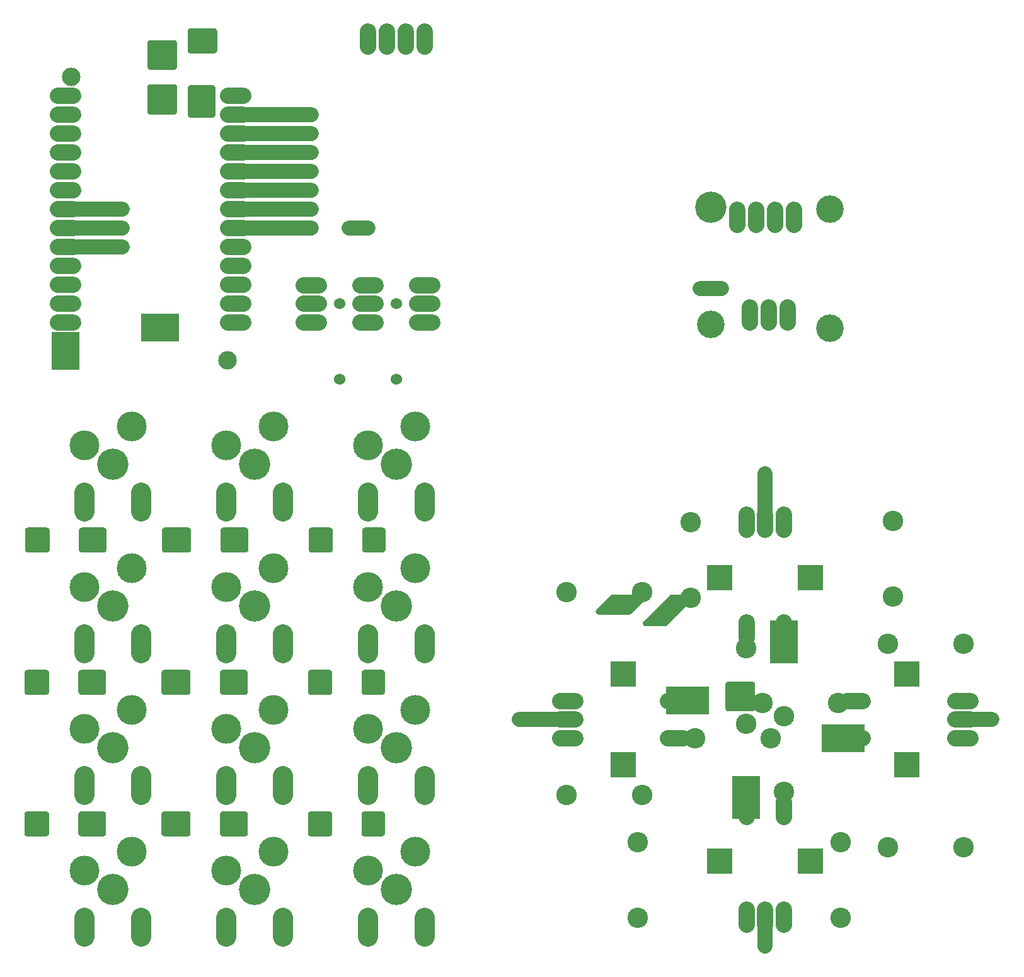
<source format=gbr>
G04 EAGLE Gerber RS-274X export*
G75*
%MOMM*%
%FSLAX34Y34*%
%LPD*%
%INSoldermask Bottom*%
%IPPOS*%
%AMOC8*
5,1,8,0,0,1.08239X$1,22.5*%
G01*
%ADD10R,3.810000X5.080000*%
%ADD11R,5.080000X3.810000*%
%ADD12R,5.715000X3.810000*%
%ADD13R,3.810000X5.715000*%
%ADD14C,2.000000*%
%ADD15C,2.743200*%
%ADD16C,4.203200*%
%ADD17C,4.013200*%
%ADD18C,2.743200*%
%ADD19C,2.235200*%
%ADD20R,3.419200X3.419200*%
%ADD21C,2.489200*%
%ADD22C,3.703200*%
%ADD23C,1.524000*%

G36*
X399649Y1270293D02*
X399649Y1270293D01*
X399880Y1270303D01*
X399934Y1270313D01*
X399988Y1270317D01*
X400214Y1270365D01*
X400440Y1270407D01*
X400492Y1270424D01*
X400546Y1270436D01*
X400762Y1270515D01*
X400980Y1270588D01*
X401029Y1270613D01*
X401081Y1270632D01*
X401284Y1270740D01*
X401489Y1270843D01*
X401535Y1270874D01*
X401583Y1270900D01*
X401769Y1271036D01*
X401958Y1271167D01*
X401999Y1271204D01*
X402043Y1271237D01*
X402208Y1271397D01*
X402377Y1271553D01*
X402412Y1271596D01*
X402451Y1271634D01*
X402592Y1271816D01*
X402738Y1271994D01*
X402766Y1272042D01*
X402800Y1272085D01*
X402914Y1272285D01*
X403033Y1272482D01*
X403055Y1272532D01*
X403082Y1272580D01*
X403167Y1272794D01*
X403258Y1273005D01*
X403272Y1273058D01*
X403292Y1273109D01*
X403347Y1273334D01*
X403407Y1273555D01*
X403411Y1273599D01*
X403427Y1273663D01*
X403482Y1274230D01*
X403479Y1274296D01*
X403483Y1274340D01*
X403483Y1307130D01*
X403467Y1307359D01*
X403457Y1307590D01*
X403447Y1307644D01*
X403443Y1307698D01*
X403395Y1307924D01*
X403353Y1308150D01*
X403336Y1308202D01*
X403324Y1308256D01*
X403245Y1308472D01*
X403172Y1308690D01*
X403147Y1308739D01*
X403128Y1308791D01*
X403020Y1308994D01*
X402917Y1309199D01*
X402886Y1309245D01*
X402860Y1309293D01*
X402724Y1309479D01*
X402593Y1309668D01*
X402556Y1309709D01*
X402523Y1309753D01*
X402363Y1309918D01*
X402207Y1310087D01*
X402164Y1310122D01*
X402126Y1310161D01*
X401944Y1310302D01*
X401766Y1310448D01*
X401718Y1310476D01*
X401675Y1310510D01*
X401475Y1310624D01*
X401278Y1310743D01*
X401228Y1310765D01*
X401180Y1310792D01*
X400966Y1310877D01*
X400755Y1310968D01*
X400702Y1310982D01*
X400651Y1311002D01*
X400426Y1311057D01*
X400205Y1311117D01*
X400161Y1311121D01*
X400097Y1311137D01*
X399530Y1311192D01*
X399464Y1311189D01*
X399420Y1311193D01*
X367720Y1311193D01*
X367491Y1311177D01*
X367260Y1311167D01*
X367206Y1311157D01*
X367152Y1311153D01*
X366926Y1311105D01*
X366700Y1311063D01*
X366648Y1311046D01*
X366594Y1311034D01*
X366378Y1310955D01*
X366160Y1310882D01*
X366111Y1310857D01*
X366059Y1310838D01*
X365856Y1310730D01*
X365651Y1310627D01*
X365605Y1310596D01*
X365557Y1310570D01*
X365371Y1310434D01*
X365182Y1310303D01*
X365141Y1310266D01*
X365097Y1310233D01*
X364932Y1310073D01*
X364763Y1309917D01*
X364728Y1309874D01*
X364689Y1309836D01*
X364548Y1309654D01*
X364402Y1309476D01*
X364374Y1309428D01*
X364340Y1309385D01*
X364226Y1309185D01*
X364107Y1308988D01*
X364085Y1308938D01*
X364058Y1308890D01*
X363973Y1308676D01*
X363882Y1308465D01*
X363868Y1308412D01*
X363848Y1308361D01*
X363793Y1308136D01*
X363733Y1307915D01*
X363729Y1307871D01*
X363714Y1307807D01*
X363658Y1307240D01*
X363661Y1307174D01*
X363657Y1307130D01*
X363657Y1274340D01*
X363673Y1274111D01*
X363683Y1273880D01*
X363693Y1273826D01*
X363697Y1273772D01*
X363745Y1273546D01*
X363787Y1273320D01*
X363804Y1273268D01*
X363816Y1273214D01*
X363895Y1272998D01*
X363968Y1272780D01*
X363993Y1272731D01*
X364012Y1272679D01*
X364120Y1272476D01*
X364223Y1272271D01*
X364254Y1272225D01*
X364280Y1272177D01*
X364416Y1271991D01*
X364547Y1271802D01*
X364584Y1271761D01*
X364617Y1271717D01*
X364777Y1271552D01*
X364933Y1271383D01*
X364976Y1271348D01*
X365014Y1271309D01*
X365196Y1271168D01*
X365374Y1271022D01*
X365422Y1270994D01*
X365465Y1270960D01*
X365665Y1270846D01*
X365862Y1270727D01*
X365912Y1270705D01*
X365960Y1270678D01*
X366174Y1270593D01*
X366385Y1270502D01*
X366438Y1270488D01*
X366489Y1270468D01*
X366714Y1270413D01*
X366935Y1270353D01*
X366979Y1270349D01*
X367043Y1270334D01*
X367610Y1270278D01*
X367676Y1270281D01*
X367720Y1270277D01*
X399420Y1270277D01*
X399649Y1270293D01*
G37*
G36*
X451079Y1265953D02*
X451079Y1265953D01*
X451310Y1265963D01*
X451364Y1265973D01*
X451418Y1265977D01*
X451644Y1266025D01*
X451870Y1266067D01*
X451922Y1266084D01*
X451976Y1266096D01*
X452192Y1266175D01*
X452410Y1266248D01*
X452459Y1266273D01*
X452511Y1266292D01*
X452714Y1266400D01*
X452919Y1266503D01*
X452965Y1266534D01*
X453013Y1266560D01*
X453199Y1266696D01*
X453388Y1266827D01*
X453429Y1266864D01*
X453473Y1266897D01*
X453638Y1267057D01*
X453807Y1267213D01*
X453842Y1267256D01*
X453881Y1267294D01*
X454022Y1267476D01*
X454168Y1267654D01*
X454196Y1267702D01*
X454230Y1267745D01*
X454344Y1267945D01*
X454463Y1268142D01*
X454485Y1268192D01*
X454512Y1268240D01*
X454597Y1268454D01*
X454688Y1268665D01*
X454702Y1268718D01*
X454722Y1268769D01*
X454777Y1268994D01*
X454837Y1269215D01*
X454841Y1269259D01*
X454857Y1269323D01*
X454912Y1269890D01*
X454909Y1269956D01*
X454913Y1270000D01*
X454913Y1306060D01*
X454897Y1306289D01*
X454887Y1306520D01*
X454877Y1306574D01*
X454873Y1306628D01*
X454825Y1306854D01*
X454783Y1307080D01*
X454766Y1307132D01*
X454754Y1307186D01*
X454675Y1307402D01*
X454602Y1307620D01*
X454577Y1307669D01*
X454558Y1307721D01*
X454450Y1307924D01*
X454347Y1308129D01*
X454316Y1308175D01*
X454290Y1308223D01*
X454154Y1308409D01*
X454023Y1308598D01*
X453986Y1308639D01*
X453953Y1308683D01*
X453793Y1308848D01*
X453637Y1309017D01*
X453594Y1309052D01*
X453556Y1309091D01*
X453374Y1309232D01*
X453196Y1309378D01*
X453148Y1309406D01*
X453105Y1309440D01*
X452905Y1309554D01*
X452708Y1309673D01*
X452658Y1309695D01*
X452610Y1309722D01*
X452396Y1309807D01*
X452185Y1309898D01*
X452132Y1309912D01*
X452081Y1309932D01*
X451856Y1309987D01*
X451635Y1310047D01*
X451591Y1310051D01*
X451527Y1310067D01*
X450960Y1310122D01*
X450894Y1310119D01*
X450850Y1310123D01*
X422270Y1310123D01*
X422041Y1310107D01*
X421810Y1310097D01*
X421756Y1310087D01*
X421702Y1310083D01*
X421476Y1310035D01*
X421250Y1309993D01*
X421198Y1309976D01*
X421144Y1309964D01*
X420928Y1309885D01*
X420710Y1309812D01*
X420661Y1309787D01*
X420609Y1309768D01*
X420406Y1309660D01*
X420201Y1309557D01*
X420155Y1309526D01*
X420107Y1309500D01*
X419921Y1309364D01*
X419732Y1309233D01*
X419691Y1309196D01*
X419647Y1309163D01*
X419482Y1309003D01*
X419313Y1308847D01*
X419278Y1308804D01*
X419239Y1308766D01*
X419098Y1308584D01*
X418952Y1308406D01*
X418924Y1308358D01*
X418890Y1308315D01*
X418776Y1308115D01*
X418657Y1307918D01*
X418635Y1307868D01*
X418608Y1307820D01*
X418523Y1307606D01*
X418432Y1307395D01*
X418418Y1307342D01*
X418398Y1307291D01*
X418343Y1307066D01*
X418283Y1306845D01*
X418279Y1306801D01*
X418264Y1306737D01*
X418208Y1306170D01*
X418211Y1306104D01*
X418207Y1306060D01*
X418207Y1270000D01*
X418223Y1269771D01*
X418233Y1269540D01*
X418243Y1269486D01*
X418247Y1269432D01*
X418295Y1269206D01*
X418337Y1268980D01*
X418354Y1268928D01*
X418366Y1268874D01*
X418445Y1268658D01*
X418518Y1268440D01*
X418543Y1268391D01*
X418562Y1268339D01*
X418670Y1268136D01*
X418773Y1267931D01*
X418804Y1267885D01*
X418830Y1267837D01*
X418966Y1267651D01*
X419097Y1267462D01*
X419134Y1267421D01*
X419167Y1267377D01*
X419327Y1267212D01*
X419483Y1267043D01*
X419526Y1267008D01*
X419564Y1266969D01*
X419746Y1266828D01*
X419924Y1266682D01*
X419972Y1266654D01*
X420015Y1266620D01*
X420215Y1266506D01*
X420412Y1266387D01*
X420462Y1266365D01*
X420510Y1266338D01*
X420724Y1266253D01*
X420935Y1266162D01*
X420988Y1266148D01*
X421039Y1266128D01*
X421264Y1266073D01*
X421485Y1266013D01*
X421529Y1266009D01*
X421593Y1265994D01*
X422160Y1265938D01*
X422226Y1265941D01*
X422270Y1265937D01*
X450850Y1265937D01*
X451079Y1265953D01*
G37*
G36*
X399649Y1330523D02*
X399649Y1330523D01*
X399880Y1330533D01*
X399934Y1330543D01*
X399988Y1330547D01*
X400214Y1330595D01*
X400440Y1330637D01*
X400492Y1330654D01*
X400546Y1330666D01*
X400762Y1330745D01*
X400980Y1330818D01*
X401029Y1330843D01*
X401081Y1330862D01*
X401284Y1330970D01*
X401489Y1331073D01*
X401535Y1331104D01*
X401583Y1331130D01*
X401769Y1331266D01*
X401958Y1331397D01*
X401999Y1331434D01*
X402043Y1331467D01*
X402208Y1331627D01*
X402377Y1331783D01*
X402412Y1331826D01*
X402451Y1331864D01*
X402592Y1332046D01*
X402738Y1332224D01*
X402766Y1332272D01*
X402800Y1332315D01*
X402914Y1332515D01*
X403033Y1332712D01*
X403055Y1332762D01*
X403082Y1332810D01*
X403167Y1333024D01*
X403258Y1333235D01*
X403272Y1333288D01*
X403292Y1333339D01*
X403347Y1333564D01*
X403407Y1333785D01*
X403411Y1333829D01*
X403427Y1333893D01*
X403482Y1334460D01*
X403479Y1334526D01*
X403483Y1334570D01*
X403483Y1366270D01*
X403467Y1366499D01*
X403457Y1366730D01*
X403447Y1366784D01*
X403443Y1366838D01*
X403395Y1367064D01*
X403353Y1367290D01*
X403336Y1367342D01*
X403324Y1367396D01*
X403245Y1367612D01*
X403172Y1367830D01*
X403147Y1367879D01*
X403128Y1367931D01*
X403020Y1368134D01*
X402917Y1368339D01*
X402886Y1368385D01*
X402860Y1368433D01*
X402724Y1368619D01*
X402593Y1368808D01*
X402556Y1368849D01*
X402523Y1368893D01*
X402363Y1369058D01*
X402207Y1369227D01*
X402164Y1369262D01*
X402126Y1369301D01*
X401944Y1369442D01*
X401766Y1369588D01*
X401718Y1369616D01*
X401675Y1369650D01*
X401475Y1369764D01*
X401278Y1369883D01*
X401228Y1369905D01*
X401180Y1369932D01*
X400966Y1370017D01*
X400755Y1370108D01*
X400702Y1370122D01*
X400651Y1370142D01*
X400426Y1370197D01*
X400205Y1370257D01*
X400161Y1370261D01*
X400097Y1370277D01*
X399530Y1370332D01*
X399464Y1370329D01*
X399420Y1370333D01*
X367720Y1370333D01*
X367491Y1370317D01*
X367260Y1370307D01*
X367206Y1370297D01*
X367152Y1370293D01*
X366926Y1370245D01*
X366700Y1370203D01*
X366648Y1370186D01*
X366594Y1370174D01*
X366378Y1370095D01*
X366160Y1370022D01*
X366111Y1369997D01*
X366059Y1369978D01*
X365856Y1369870D01*
X365651Y1369767D01*
X365605Y1369736D01*
X365557Y1369710D01*
X365371Y1369574D01*
X365182Y1369443D01*
X365141Y1369406D01*
X365097Y1369373D01*
X364932Y1369213D01*
X364763Y1369057D01*
X364728Y1369014D01*
X364689Y1368976D01*
X364548Y1368794D01*
X364402Y1368616D01*
X364374Y1368568D01*
X364340Y1368525D01*
X364226Y1368325D01*
X364107Y1368128D01*
X364085Y1368078D01*
X364058Y1368030D01*
X363973Y1367816D01*
X363882Y1367605D01*
X363868Y1367552D01*
X363848Y1367501D01*
X363793Y1367276D01*
X363733Y1367055D01*
X363729Y1367011D01*
X363714Y1366947D01*
X363658Y1366380D01*
X363661Y1366314D01*
X363657Y1366270D01*
X363657Y1334570D01*
X363673Y1334341D01*
X363683Y1334110D01*
X363693Y1334056D01*
X363697Y1334002D01*
X363745Y1333776D01*
X363787Y1333550D01*
X363804Y1333498D01*
X363816Y1333444D01*
X363895Y1333228D01*
X363968Y1333010D01*
X363993Y1332961D01*
X364012Y1332909D01*
X364120Y1332706D01*
X364223Y1332501D01*
X364254Y1332455D01*
X364280Y1332407D01*
X364416Y1332221D01*
X364547Y1332032D01*
X364584Y1331991D01*
X364617Y1331947D01*
X364777Y1331782D01*
X364933Y1331613D01*
X364976Y1331578D01*
X365014Y1331539D01*
X365196Y1331398D01*
X365374Y1331252D01*
X365422Y1331224D01*
X365465Y1331190D01*
X365665Y1331076D01*
X365862Y1330957D01*
X365912Y1330935D01*
X365960Y1330908D01*
X366174Y1330823D01*
X366385Y1330732D01*
X366438Y1330718D01*
X366489Y1330698D01*
X366714Y1330643D01*
X366935Y1330583D01*
X366979Y1330579D01*
X367043Y1330564D01*
X367610Y1330508D01*
X367676Y1330511D01*
X367720Y1330507D01*
X399420Y1330507D01*
X399649Y1330523D01*
G37*
G36*
X1176299Y468283D02*
X1176299Y468283D01*
X1176530Y468293D01*
X1176584Y468303D01*
X1176638Y468307D01*
X1176864Y468355D01*
X1177090Y468397D01*
X1177142Y468414D01*
X1177196Y468426D01*
X1177412Y468505D01*
X1177630Y468578D01*
X1177679Y468603D01*
X1177731Y468622D01*
X1177934Y468730D01*
X1178139Y468833D01*
X1178185Y468864D01*
X1178233Y468890D01*
X1178419Y469026D01*
X1178608Y469157D01*
X1178649Y469194D01*
X1178693Y469227D01*
X1178858Y469387D01*
X1179027Y469543D01*
X1179062Y469586D01*
X1179101Y469624D01*
X1179242Y469806D01*
X1179388Y469984D01*
X1179416Y470032D01*
X1179450Y470075D01*
X1179564Y470275D01*
X1179683Y470472D01*
X1179705Y470522D01*
X1179732Y470570D01*
X1179817Y470784D01*
X1179908Y470995D01*
X1179922Y471048D01*
X1179942Y471099D01*
X1179997Y471324D01*
X1180057Y471545D01*
X1180061Y471589D01*
X1180077Y471653D01*
X1180132Y472220D01*
X1180129Y472286D01*
X1180133Y472330D01*
X1180133Y504030D01*
X1180117Y504259D01*
X1180107Y504490D01*
X1180097Y504544D01*
X1180093Y504598D01*
X1180045Y504824D01*
X1180003Y505050D01*
X1179986Y505102D01*
X1179974Y505156D01*
X1179895Y505372D01*
X1179822Y505590D01*
X1179797Y505639D01*
X1179778Y505691D01*
X1179670Y505894D01*
X1179567Y506099D01*
X1179536Y506145D01*
X1179510Y506193D01*
X1179374Y506379D01*
X1179243Y506568D01*
X1179206Y506609D01*
X1179173Y506653D01*
X1179013Y506818D01*
X1178857Y506987D01*
X1178814Y507022D01*
X1178776Y507061D01*
X1178594Y507202D01*
X1178416Y507348D01*
X1178368Y507376D01*
X1178325Y507410D01*
X1178125Y507524D01*
X1177928Y507643D01*
X1177878Y507665D01*
X1177830Y507692D01*
X1177616Y507777D01*
X1177405Y507868D01*
X1177352Y507882D01*
X1177301Y507902D01*
X1177076Y507957D01*
X1176855Y508017D01*
X1176811Y508021D01*
X1176747Y508037D01*
X1176180Y508092D01*
X1176114Y508089D01*
X1176070Y508093D01*
X1144370Y508093D01*
X1144141Y508077D01*
X1143910Y508067D01*
X1143856Y508057D01*
X1143802Y508053D01*
X1143576Y508005D01*
X1143350Y507963D01*
X1143298Y507946D01*
X1143244Y507934D01*
X1143028Y507855D01*
X1142810Y507782D01*
X1142761Y507757D01*
X1142709Y507738D01*
X1142506Y507630D01*
X1142301Y507527D01*
X1142255Y507496D01*
X1142207Y507470D01*
X1142021Y507334D01*
X1141832Y507203D01*
X1141791Y507166D01*
X1141747Y507133D01*
X1141582Y506973D01*
X1141413Y506817D01*
X1141378Y506774D01*
X1141339Y506736D01*
X1141198Y506554D01*
X1141052Y506376D01*
X1141024Y506328D01*
X1140990Y506285D01*
X1140876Y506085D01*
X1140757Y505888D01*
X1140735Y505838D01*
X1140708Y505790D01*
X1140623Y505576D01*
X1140532Y505365D01*
X1140518Y505312D01*
X1140498Y505261D01*
X1140443Y505036D01*
X1140383Y504815D01*
X1140379Y504771D01*
X1140364Y504707D01*
X1140308Y504140D01*
X1140311Y504074D01*
X1140307Y504030D01*
X1140307Y472330D01*
X1140323Y472101D01*
X1140333Y471870D01*
X1140343Y471816D01*
X1140347Y471762D01*
X1140395Y471536D01*
X1140437Y471310D01*
X1140454Y471258D01*
X1140466Y471204D01*
X1140545Y470988D01*
X1140618Y470770D01*
X1140643Y470721D01*
X1140662Y470669D01*
X1140770Y470466D01*
X1140873Y470261D01*
X1140904Y470215D01*
X1140930Y470167D01*
X1141066Y469981D01*
X1141197Y469792D01*
X1141234Y469751D01*
X1141267Y469707D01*
X1141427Y469542D01*
X1141583Y469373D01*
X1141626Y469338D01*
X1141664Y469299D01*
X1141846Y469158D01*
X1142024Y469012D01*
X1142072Y468984D01*
X1142115Y468950D01*
X1142315Y468836D01*
X1142512Y468717D01*
X1142562Y468695D01*
X1142610Y468668D01*
X1142824Y468583D01*
X1143035Y468492D01*
X1143088Y468478D01*
X1143139Y468458D01*
X1143364Y468403D01*
X1143585Y468343D01*
X1143629Y468339D01*
X1143693Y468324D01*
X1144260Y468268D01*
X1144326Y468271D01*
X1144370Y468267D01*
X1176070Y468267D01*
X1176299Y468283D01*
G37*
G36*
X1058840Y582391D02*
X1058840Y582391D01*
X1058901Y582389D01*
X1059124Y582411D01*
X1059348Y582427D01*
X1059408Y582439D01*
X1059468Y582445D01*
X1059686Y582499D01*
X1059906Y582546D01*
X1059962Y582566D01*
X1060021Y582581D01*
X1060230Y582664D01*
X1060441Y582742D01*
X1060494Y582770D01*
X1060550Y582793D01*
X1060745Y582904D01*
X1060943Y583010D01*
X1060992Y583046D01*
X1061044Y583076D01*
X1061135Y583151D01*
X1061403Y583347D01*
X1061564Y583504D01*
X1061653Y583577D01*
X1096523Y618447D01*
X1096599Y618534D01*
X1096681Y618614D01*
X1096785Y618749D01*
X1096897Y618877D01*
X1096960Y618974D01*
X1097030Y619065D01*
X1097114Y619213D01*
X1097207Y619355D01*
X1097255Y619460D01*
X1097312Y619560D01*
X1097375Y619718D01*
X1097447Y619872D01*
X1097480Y619982D01*
X1097522Y620089D01*
X1097563Y620255D01*
X1097612Y620417D01*
X1097629Y620531D01*
X1097657Y620643D01*
X1097673Y620813D01*
X1097699Y620980D01*
X1097701Y621095D01*
X1097712Y621210D01*
X1097704Y621380D01*
X1097707Y621550D01*
X1097692Y621664D01*
X1097687Y621780D01*
X1097656Y621947D01*
X1097635Y622115D01*
X1097604Y622227D01*
X1097583Y622340D01*
X1097529Y622501D01*
X1097484Y622665D01*
X1097439Y622771D01*
X1097402Y622880D01*
X1097326Y623032D01*
X1097258Y623188D01*
X1097198Y623286D01*
X1097147Y623389D01*
X1097050Y623529D01*
X1096962Y623674D01*
X1096888Y623763D01*
X1096823Y623858D01*
X1096707Y623983D01*
X1096600Y624115D01*
X1096515Y624192D01*
X1096437Y624277D01*
X1096305Y624385D01*
X1096180Y624500D01*
X1096085Y624565D01*
X1095996Y624638D01*
X1095850Y624726D01*
X1095710Y624822D01*
X1095607Y624874D01*
X1095508Y624933D01*
X1095352Y625000D01*
X1095200Y625076D01*
X1095091Y625112D01*
X1094985Y625158D01*
X1094821Y625202D01*
X1094659Y625256D01*
X1094546Y625277D01*
X1094435Y625307D01*
X1094320Y625318D01*
X1094099Y625358D01*
X1093767Y625372D01*
X1093650Y625383D01*
X1068290Y625383D01*
X1068230Y625379D01*
X1068169Y625381D01*
X1067946Y625359D01*
X1067722Y625343D01*
X1067662Y625331D01*
X1067603Y625325D01*
X1067384Y625271D01*
X1067164Y625224D01*
X1067108Y625204D01*
X1067049Y625189D01*
X1066840Y625106D01*
X1066629Y625028D01*
X1066576Y625000D01*
X1066520Y624978D01*
X1066325Y624866D01*
X1066127Y624760D01*
X1066078Y624724D01*
X1066026Y624694D01*
X1065935Y624619D01*
X1065667Y624423D01*
X1065506Y624266D01*
X1065417Y624193D01*
X1030547Y589323D01*
X1030471Y589236D01*
X1030389Y589156D01*
X1030285Y589021D01*
X1030173Y588893D01*
X1030110Y588796D01*
X1030040Y588705D01*
X1029956Y588557D01*
X1029863Y588415D01*
X1029815Y588310D01*
X1029758Y588210D01*
X1029695Y588052D01*
X1029624Y587898D01*
X1029590Y587788D01*
X1029548Y587681D01*
X1029508Y587515D01*
X1029458Y587353D01*
X1029441Y587239D01*
X1029414Y587127D01*
X1029397Y586957D01*
X1029371Y586790D01*
X1029369Y586675D01*
X1029358Y586560D01*
X1029366Y586390D01*
X1029363Y586220D01*
X1029378Y586106D01*
X1029383Y585990D01*
X1029414Y585823D01*
X1029435Y585655D01*
X1029466Y585543D01*
X1029487Y585430D01*
X1029541Y585269D01*
X1029586Y585105D01*
X1029631Y584999D01*
X1029668Y584890D01*
X1029744Y584738D01*
X1029812Y584582D01*
X1029872Y584484D01*
X1029923Y584381D01*
X1030020Y584241D01*
X1030108Y584096D01*
X1030182Y584007D01*
X1030247Y583912D01*
X1030363Y583787D01*
X1030470Y583655D01*
X1030555Y583578D01*
X1030633Y583493D01*
X1030765Y583385D01*
X1030890Y583270D01*
X1030985Y583205D01*
X1031074Y583132D01*
X1031220Y583044D01*
X1031360Y582948D01*
X1031463Y582896D01*
X1031562Y582837D01*
X1031718Y582770D01*
X1031870Y582694D01*
X1031979Y582658D01*
X1032085Y582612D01*
X1032249Y582568D01*
X1032411Y582514D01*
X1032524Y582493D01*
X1032635Y582463D01*
X1032750Y582452D01*
X1032971Y582412D01*
X1033303Y582398D01*
X1033420Y582387D01*
X1058780Y582387D01*
X1058840Y582391D01*
G37*
G36*
X1011290Y598241D02*
X1011290Y598241D01*
X1011351Y598239D01*
X1011574Y598261D01*
X1011798Y598277D01*
X1011858Y598289D01*
X1011918Y598295D01*
X1012136Y598349D01*
X1012356Y598396D01*
X1012412Y598416D01*
X1012471Y598431D01*
X1012680Y598514D01*
X1012891Y598592D01*
X1012944Y598620D01*
X1013000Y598643D01*
X1013195Y598754D01*
X1013393Y598860D01*
X1013442Y598896D01*
X1013494Y598926D01*
X1013585Y599001D01*
X1013853Y599197D01*
X1014014Y599354D01*
X1014103Y599427D01*
X1029953Y615277D01*
X1029993Y615322D01*
X1030037Y615363D01*
X1030179Y615537D01*
X1030327Y615707D01*
X1030360Y615758D01*
X1030398Y615804D01*
X1030515Y615997D01*
X1030637Y616185D01*
X1030662Y616240D01*
X1030693Y616292D01*
X1030782Y616498D01*
X1030877Y616702D01*
X1030894Y616760D01*
X1030918Y616815D01*
X1030976Y617032D01*
X1031042Y617247D01*
X1031051Y617307D01*
X1031067Y617365D01*
X1031078Y617482D01*
X1031129Y617810D01*
X1031132Y618035D01*
X1031143Y618150D01*
X1031143Y621320D01*
X1031127Y621549D01*
X1031117Y621780D01*
X1031107Y621834D01*
X1031103Y621888D01*
X1031055Y622114D01*
X1031013Y622340D01*
X1030996Y622392D01*
X1030984Y622446D01*
X1030905Y622662D01*
X1030832Y622880D01*
X1030807Y622929D01*
X1030788Y622981D01*
X1030680Y623184D01*
X1030577Y623389D01*
X1030546Y623435D01*
X1030520Y623483D01*
X1030384Y623669D01*
X1030253Y623858D01*
X1030216Y623899D01*
X1030183Y623943D01*
X1030023Y624108D01*
X1029867Y624277D01*
X1029824Y624312D01*
X1029786Y624351D01*
X1029604Y624492D01*
X1029426Y624638D01*
X1029378Y624666D01*
X1029335Y624700D01*
X1029135Y624814D01*
X1028938Y624933D01*
X1028888Y624955D01*
X1028840Y624982D01*
X1028626Y625067D01*
X1028415Y625158D01*
X1028362Y625172D01*
X1028311Y625192D01*
X1028086Y625247D01*
X1027865Y625307D01*
X1027821Y625311D01*
X1027757Y625327D01*
X1027190Y625382D01*
X1027124Y625379D01*
X1027080Y625383D01*
X989040Y625383D01*
X988980Y625379D01*
X988919Y625381D01*
X988696Y625359D01*
X988472Y625343D01*
X988412Y625331D01*
X988353Y625325D01*
X988134Y625271D01*
X987914Y625224D01*
X987858Y625204D01*
X987799Y625189D01*
X987590Y625106D01*
X987379Y625028D01*
X987326Y625000D01*
X987270Y624978D01*
X987075Y624866D01*
X986877Y624760D01*
X986828Y624724D01*
X986776Y624694D01*
X986685Y624619D01*
X986417Y624423D01*
X986256Y624266D01*
X986167Y624193D01*
X967147Y605173D01*
X967071Y605086D01*
X966989Y605006D01*
X966885Y604871D01*
X966773Y604743D01*
X966710Y604646D01*
X966640Y604555D01*
X966556Y604407D01*
X966463Y604265D01*
X966415Y604160D01*
X966358Y604060D01*
X966295Y603902D01*
X966224Y603748D01*
X966190Y603638D01*
X966148Y603531D01*
X966108Y603365D01*
X966058Y603203D01*
X966041Y603089D01*
X966014Y602977D01*
X965997Y602807D01*
X965971Y602640D01*
X965969Y602525D01*
X965958Y602410D01*
X965966Y602240D01*
X965963Y602070D01*
X965978Y601956D01*
X965983Y601840D01*
X966014Y601673D01*
X966035Y601505D01*
X966066Y601393D01*
X966087Y601280D01*
X966141Y601119D01*
X966186Y600955D01*
X966231Y600849D01*
X966268Y600740D01*
X966344Y600588D01*
X966412Y600432D01*
X966472Y600334D01*
X966523Y600231D01*
X966620Y600091D01*
X966708Y599946D01*
X966782Y599857D01*
X966847Y599762D01*
X966963Y599637D01*
X967070Y599505D01*
X967155Y599428D01*
X967233Y599343D01*
X967365Y599235D01*
X967490Y599120D01*
X967585Y599055D01*
X967674Y598982D01*
X967820Y598894D01*
X967960Y598798D01*
X968063Y598746D01*
X968162Y598687D01*
X968318Y598620D01*
X968470Y598544D01*
X968579Y598508D01*
X968685Y598462D01*
X968849Y598418D01*
X969011Y598364D01*
X969124Y598343D01*
X969235Y598313D01*
X969350Y598302D01*
X969571Y598262D01*
X969903Y598248D01*
X970020Y598237D01*
X1011230Y598237D01*
X1011290Y598241D01*
G37*
G36*
X453539Y1352713D02*
X453539Y1352713D01*
X453770Y1352723D01*
X453824Y1352733D01*
X453878Y1352737D01*
X454104Y1352785D01*
X454330Y1352827D01*
X454382Y1352844D01*
X454436Y1352856D01*
X454652Y1352935D01*
X454870Y1353008D01*
X454919Y1353033D01*
X454971Y1353052D01*
X455174Y1353160D01*
X455379Y1353263D01*
X455425Y1353294D01*
X455473Y1353320D01*
X455659Y1353456D01*
X455848Y1353587D01*
X455889Y1353624D01*
X455933Y1353657D01*
X456098Y1353817D01*
X456267Y1353973D01*
X456302Y1354016D01*
X456341Y1354054D01*
X456482Y1354236D01*
X456628Y1354414D01*
X456656Y1354462D01*
X456690Y1354505D01*
X456804Y1354705D01*
X456923Y1354902D01*
X456945Y1354952D01*
X456972Y1355000D01*
X457057Y1355214D01*
X457148Y1355425D01*
X457162Y1355478D01*
X457182Y1355529D01*
X457237Y1355754D01*
X457297Y1355975D01*
X457301Y1356019D01*
X457317Y1356083D01*
X457372Y1356650D01*
X457369Y1356716D01*
X457373Y1356760D01*
X457373Y1382120D01*
X457357Y1382349D01*
X457347Y1382580D01*
X457337Y1382634D01*
X457333Y1382688D01*
X457285Y1382914D01*
X457243Y1383140D01*
X457226Y1383192D01*
X457214Y1383246D01*
X457135Y1383462D01*
X457062Y1383680D01*
X457037Y1383729D01*
X457018Y1383781D01*
X456910Y1383984D01*
X456807Y1384189D01*
X456776Y1384235D01*
X456750Y1384283D01*
X456614Y1384469D01*
X456483Y1384658D01*
X456446Y1384699D01*
X456413Y1384743D01*
X456253Y1384908D01*
X456097Y1385077D01*
X456054Y1385112D01*
X456016Y1385151D01*
X455834Y1385292D01*
X455656Y1385438D01*
X455608Y1385466D01*
X455565Y1385500D01*
X455365Y1385614D01*
X455168Y1385733D01*
X455118Y1385755D01*
X455070Y1385782D01*
X454856Y1385867D01*
X454645Y1385958D01*
X454592Y1385972D01*
X454541Y1385992D01*
X454316Y1386047D01*
X454095Y1386107D01*
X454051Y1386111D01*
X453987Y1386127D01*
X453420Y1386182D01*
X453354Y1386179D01*
X453310Y1386183D01*
X421610Y1386183D01*
X421381Y1386167D01*
X421150Y1386157D01*
X421096Y1386147D01*
X421042Y1386143D01*
X420816Y1386095D01*
X420590Y1386053D01*
X420538Y1386036D01*
X420484Y1386024D01*
X420268Y1385945D01*
X420050Y1385872D01*
X420001Y1385847D01*
X419949Y1385828D01*
X419746Y1385720D01*
X419541Y1385617D01*
X419495Y1385586D01*
X419447Y1385560D01*
X419261Y1385424D01*
X419072Y1385293D01*
X419031Y1385256D01*
X418987Y1385223D01*
X418822Y1385063D01*
X418653Y1384907D01*
X418618Y1384864D01*
X418579Y1384826D01*
X418438Y1384644D01*
X418292Y1384466D01*
X418264Y1384418D01*
X418230Y1384375D01*
X418116Y1384175D01*
X417997Y1383978D01*
X417975Y1383928D01*
X417948Y1383880D01*
X417863Y1383666D01*
X417772Y1383455D01*
X417758Y1383402D01*
X417738Y1383351D01*
X417683Y1383126D01*
X417623Y1382905D01*
X417619Y1382861D01*
X417604Y1382797D01*
X417548Y1382230D01*
X417551Y1382164D01*
X417547Y1382120D01*
X417547Y1356760D01*
X417563Y1356531D01*
X417573Y1356300D01*
X417583Y1356246D01*
X417587Y1356192D01*
X417635Y1355966D01*
X417677Y1355740D01*
X417694Y1355688D01*
X417706Y1355634D01*
X417785Y1355418D01*
X417858Y1355200D01*
X417883Y1355151D01*
X417902Y1355099D01*
X418010Y1354896D01*
X418113Y1354691D01*
X418144Y1354645D01*
X418170Y1354597D01*
X418306Y1354411D01*
X418437Y1354222D01*
X418474Y1354181D01*
X418507Y1354137D01*
X418667Y1353972D01*
X418823Y1353803D01*
X418866Y1353768D01*
X418904Y1353729D01*
X419086Y1353588D01*
X419264Y1353442D01*
X419312Y1353414D01*
X419355Y1353380D01*
X419555Y1353266D01*
X419752Y1353147D01*
X419802Y1353125D01*
X419850Y1353098D01*
X420064Y1353013D01*
X420275Y1352922D01*
X420328Y1352908D01*
X420379Y1352888D01*
X420604Y1352833D01*
X420825Y1352773D01*
X420869Y1352769D01*
X420933Y1352754D01*
X421500Y1352698D01*
X421566Y1352701D01*
X421610Y1352697D01*
X453310Y1352697D01*
X453539Y1352713D01*
G37*
G36*
X418649Y681753D02*
X418649Y681753D01*
X418880Y681763D01*
X418934Y681773D01*
X418988Y681777D01*
X419214Y681825D01*
X419440Y681867D01*
X419492Y681884D01*
X419546Y681896D01*
X419762Y681975D01*
X419980Y682048D01*
X420029Y682073D01*
X420081Y682092D01*
X420284Y682200D01*
X420489Y682303D01*
X420535Y682334D01*
X420583Y682360D01*
X420769Y682496D01*
X420958Y682627D01*
X420999Y682664D01*
X421043Y682697D01*
X421208Y682857D01*
X421377Y683013D01*
X421412Y683056D01*
X421451Y683094D01*
X421592Y683276D01*
X421738Y683454D01*
X421766Y683502D01*
X421800Y683545D01*
X421914Y683745D01*
X422033Y683942D01*
X422055Y683992D01*
X422082Y684040D01*
X422167Y684254D01*
X422258Y684465D01*
X422272Y684518D01*
X422292Y684569D01*
X422347Y684794D01*
X422407Y685015D01*
X422411Y685059D01*
X422427Y685123D01*
X422482Y685690D01*
X422479Y685756D01*
X422483Y685800D01*
X422483Y711200D01*
X422467Y711429D01*
X422457Y711660D01*
X422447Y711714D01*
X422443Y711768D01*
X422395Y711994D01*
X422353Y712220D01*
X422336Y712272D01*
X422324Y712326D01*
X422245Y712542D01*
X422172Y712760D01*
X422147Y712809D01*
X422128Y712861D01*
X422020Y713064D01*
X421917Y713269D01*
X421886Y713315D01*
X421860Y713363D01*
X421724Y713549D01*
X421593Y713738D01*
X421556Y713779D01*
X421523Y713823D01*
X421363Y713988D01*
X421207Y714157D01*
X421164Y714192D01*
X421126Y714231D01*
X420944Y714372D01*
X420766Y714518D01*
X420718Y714546D01*
X420675Y714580D01*
X420475Y714694D01*
X420278Y714813D01*
X420228Y714835D01*
X420180Y714862D01*
X419966Y714947D01*
X419755Y715038D01*
X419702Y715052D01*
X419651Y715072D01*
X419426Y715127D01*
X419205Y715187D01*
X419161Y715191D01*
X419097Y715207D01*
X418530Y715262D01*
X418464Y715259D01*
X418420Y715263D01*
X387350Y715263D01*
X387121Y715247D01*
X386890Y715237D01*
X386836Y715227D01*
X386782Y715223D01*
X386556Y715175D01*
X386330Y715133D01*
X386278Y715116D01*
X386224Y715104D01*
X386008Y715025D01*
X385790Y714952D01*
X385741Y714927D01*
X385689Y714908D01*
X385486Y714800D01*
X385281Y714697D01*
X385235Y714666D01*
X385187Y714640D01*
X385001Y714504D01*
X384812Y714373D01*
X384771Y714336D01*
X384727Y714303D01*
X384562Y714143D01*
X384393Y713987D01*
X384358Y713944D01*
X384319Y713906D01*
X384178Y713724D01*
X384032Y713546D01*
X384004Y713498D01*
X383970Y713455D01*
X383856Y713255D01*
X383737Y713058D01*
X383715Y713008D01*
X383688Y712960D01*
X383603Y712746D01*
X383512Y712535D01*
X383498Y712482D01*
X383478Y712431D01*
X383423Y712206D01*
X383363Y711985D01*
X383359Y711941D01*
X383344Y711877D01*
X383288Y711310D01*
X383291Y711244D01*
X383287Y711200D01*
X383287Y685800D01*
X383303Y685571D01*
X383313Y685340D01*
X383323Y685286D01*
X383327Y685232D01*
X383375Y685006D01*
X383417Y684780D01*
X383434Y684728D01*
X383446Y684674D01*
X383525Y684458D01*
X383598Y684240D01*
X383623Y684191D01*
X383642Y684139D01*
X383750Y683936D01*
X383853Y683731D01*
X383884Y683685D01*
X383910Y683637D01*
X384046Y683451D01*
X384177Y683262D01*
X384214Y683221D01*
X384247Y683177D01*
X384407Y683012D01*
X384563Y682843D01*
X384606Y682808D01*
X384644Y682769D01*
X384826Y682628D01*
X385004Y682482D01*
X385052Y682454D01*
X385095Y682420D01*
X385295Y682306D01*
X385492Y682187D01*
X385542Y682165D01*
X385590Y682138D01*
X385804Y682053D01*
X386015Y681962D01*
X386068Y681948D01*
X386119Y681928D01*
X386344Y681873D01*
X386565Y681813D01*
X386609Y681809D01*
X386673Y681794D01*
X387240Y681738D01*
X387306Y681741D01*
X387350Y681737D01*
X418420Y681737D01*
X418649Y681753D01*
G37*
G36*
X417889Y300233D02*
X417889Y300233D01*
X418120Y300243D01*
X418174Y300253D01*
X418228Y300257D01*
X418454Y300305D01*
X418680Y300347D01*
X418732Y300364D01*
X418786Y300376D01*
X419002Y300455D01*
X419220Y300528D01*
X419269Y300553D01*
X419321Y300572D01*
X419524Y300680D01*
X419729Y300783D01*
X419775Y300814D01*
X419823Y300840D01*
X420009Y300976D01*
X420198Y301107D01*
X420239Y301144D01*
X420283Y301177D01*
X420448Y301337D01*
X420617Y301493D01*
X420652Y301536D01*
X420691Y301574D01*
X420832Y301756D01*
X420978Y301934D01*
X421006Y301982D01*
X421040Y302025D01*
X421154Y302225D01*
X421273Y302422D01*
X421295Y302472D01*
X421322Y302520D01*
X421407Y302734D01*
X421498Y302945D01*
X421512Y302998D01*
X421532Y303049D01*
X421587Y303274D01*
X421647Y303495D01*
X421651Y303539D01*
X421667Y303603D01*
X421722Y304170D01*
X421719Y304236D01*
X421723Y304280D01*
X421723Y329680D01*
X421707Y329909D01*
X421697Y330140D01*
X421687Y330194D01*
X421683Y330248D01*
X421635Y330474D01*
X421593Y330700D01*
X421576Y330752D01*
X421564Y330806D01*
X421485Y331022D01*
X421412Y331240D01*
X421387Y331289D01*
X421368Y331341D01*
X421260Y331544D01*
X421157Y331749D01*
X421126Y331795D01*
X421100Y331843D01*
X420964Y332029D01*
X420833Y332218D01*
X420796Y332259D01*
X420763Y332303D01*
X420603Y332468D01*
X420447Y332637D01*
X420404Y332672D01*
X420366Y332711D01*
X420184Y332852D01*
X420006Y332998D01*
X419958Y333026D01*
X419915Y333060D01*
X419715Y333174D01*
X419518Y333293D01*
X419468Y333315D01*
X419420Y333342D01*
X419206Y333427D01*
X418995Y333518D01*
X418942Y333532D01*
X418891Y333552D01*
X418666Y333607D01*
X418445Y333667D01*
X418401Y333671D01*
X418337Y333687D01*
X417770Y333742D01*
X417704Y333739D01*
X417660Y333743D01*
X386590Y333743D01*
X386361Y333727D01*
X386130Y333717D01*
X386076Y333707D01*
X386022Y333703D01*
X385796Y333655D01*
X385570Y333613D01*
X385518Y333596D01*
X385464Y333584D01*
X385248Y333505D01*
X385030Y333432D01*
X384981Y333407D01*
X384929Y333388D01*
X384726Y333280D01*
X384521Y333177D01*
X384475Y333146D01*
X384427Y333120D01*
X384241Y332984D01*
X384052Y332853D01*
X384011Y332816D01*
X383967Y332783D01*
X383802Y332623D01*
X383633Y332467D01*
X383598Y332424D01*
X383559Y332386D01*
X383418Y332204D01*
X383272Y332026D01*
X383244Y331978D01*
X383210Y331935D01*
X383096Y331735D01*
X382977Y331538D01*
X382955Y331488D01*
X382928Y331440D01*
X382843Y331226D01*
X382752Y331015D01*
X382738Y330962D01*
X382718Y330911D01*
X382663Y330686D01*
X382603Y330465D01*
X382599Y330421D01*
X382584Y330357D01*
X382528Y329790D01*
X382531Y329724D01*
X382527Y329680D01*
X382527Y304280D01*
X382543Y304051D01*
X382553Y303820D01*
X382563Y303766D01*
X382567Y303712D01*
X382615Y303486D01*
X382657Y303260D01*
X382674Y303208D01*
X382686Y303154D01*
X382765Y302938D01*
X382838Y302720D01*
X382863Y302671D01*
X382882Y302619D01*
X382990Y302416D01*
X383093Y302211D01*
X383124Y302165D01*
X383150Y302117D01*
X383286Y301931D01*
X383417Y301742D01*
X383454Y301701D01*
X383487Y301657D01*
X383647Y301492D01*
X383803Y301323D01*
X383846Y301288D01*
X383884Y301249D01*
X384066Y301108D01*
X384244Y300962D01*
X384292Y300934D01*
X384335Y300900D01*
X384535Y300786D01*
X384732Y300667D01*
X384782Y300645D01*
X384830Y300618D01*
X385044Y300533D01*
X385255Y300442D01*
X385308Y300428D01*
X385359Y300408D01*
X385584Y300353D01*
X385805Y300293D01*
X385849Y300289D01*
X385913Y300274D01*
X386480Y300218D01*
X386546Y300221D01*
X386590Y300217D01*
X417660Y300217D01*
X417889Y300233D01*
G37*
G36*
X417889Y490433D02*
X417889Y490433D01*
X418120Y490443D01*
X418174Y490453D01*
X418228Y490457D01*
X418454Y490505D01*
X418680Y490547D01*
X418732Y490564D01*
X418786Y490576D01*
X419002Y490655D01*
X419220Y490728D01*
X419269Y490753D01*
X419321Y490772D01*
X419524Y490880D01*
X419729Y490983D01*
X419775Y491014D01*
X419823Y491040D01*
X420009Y491176D01*
X420198Y491307D01*
X420239Y491344D01*
X420283Y491377D01*
X420448Y491537D01*
X420617Y491693D01*
X420652Y491736D01*
X420691Y491774D01*
X420832Y491956D01*
X420978Y492134D01*
X421006Y492182D01*
X421040Y492225D01*
X421154Y492425D01*
X421273Y492622D01*
X421295Y492672D01*
X421322Y492720D01*
X421407Y492934D01*
X421498Y493145D01*
X421512Y493198D01*
X421532Y493249D01*
X421587Y493474D01*
X421647Y493695D01*
X421651Y493739D01*
X421667Y493803D01*
X421722Y494370D01*
X421719Y494436D01*
X421723Y494480D01*
X421723Y519880D01*
X421707Y520109D01*
X421697Y520340D01*
X421687Y520394D01*
X421683Y520448D01*
X421635Y520674D01*
X421593Y520900D01*
X421576Y520952D01*
X421564Y521006D01*
X421485Y521222D01*
X421412Y521440D01*
X421387Y521489D01*
X421368Y521541D01*
X421260Y521744D01*
X421157Y521949D01*
X421126Y521995D01*
X421100Y522043D01*
X420964Y522229D01*
X420833Y522418D01*
X420796Y522459D01*
X420763Y522503D01*
X420603Y522668D01*
X420447Y522837D01*
X420404Y522872D01*
X420366Y522911D01*
X420184Y523052D01*
X420006Y523198D01*
X419958Y523226D01*
X419915Y523260D01*
X419715Y523374D01*
X419518Y523493D01*
X419468Y523515D01*
X419420Y523542D01*
X419206Y523627D01*
X418995Y523718D01*
X418942Y523732D01*
X418891Y523752D01*
X418666Y523807D01*
X418445Y523867D01*
X418401Y523871D01*
X418337Y523887D01*
X417770Y523942D01*
X417704Y523939D01*
X417660Y523943D01*
X386590Y523943D01*
X386361Y523927D01*
X386130Y523917D01*
X386076Y523907D01*
X386022Y523903D01*
X385796Y523855D01*
X385570Y523813D01*
X385518Y523796D01*
X385464Y523784D01*
X385248Y523705D01*
X385030Y523632D01*
X384981Y523607D01*
X384929Y523588D01*
X384726Y523480D01*
X384521Y523377D01*
X384475Y523346D01*
X384427Y523320D01*
X384241Y523184D01*
X384052Y523053D01*
X384011Y523016D01*
X383967Y522983D01*
X383802Y522823D01*
X383633Y522667D01*
X383598Y522624D01*
X383559Y522586D01*
X383418Y522404D01*
X383272Y522226D01*
X383244Y522178D01*
X383210Y522135D01*
X383096Y521935D01*
X382977Y521738D01*
X382955Y521688D01*
X382928Y521640D01*
X382843Y521426D01*
X382752Y521215D01*
X382738Y521162D01*
X382718Y521111D01*
X382663Y520886D01*
X382603Y520665D01*
X382599Y520621D01*
X382584Y520557D01*
X382528Y519990D01*
X382531Y519924D01*
X382527Y519880D01*
X382527Y494480D01*
X382543Y494251D01*
X382553Y494020D01*
X382563Y493966D01*
X382567Y493912D01*
X382615Y493686D01*
X382657Y493460D01*
X382674Y493408D01*
X382686Y493354D01*
X382765Y493138D01*
X382838Y492920D01*
X382863Y492871D01*
X382882Y492819D01*
X382990Y492616D01*
X383093Y492411D01*
X383124Y492365D01*
X383150Y492317D01*
X383286Y492131D01*
X383417Y491942D01*
X383454Y491901D01*
X383487Y491857D01*
X383647Y491692D01*
X383803Y491523D01*
X383846Y491488D01*
X383884Y491449D01*
X384066Y491308D01*
X384244Y491162D01*
X384292Y491134D01*
X384335Y491100D01*
X384535Y490986D01*
X384732Y490867D01*
X384782Y490845D01*
X384830Y490818D01*
X385044Y490733D01*
X385255Y490642D01*
X385308Y490628D01*
X385359Y490608D01*
X385584Y490553D01*
X385805Y490493D01*
X385849Y490489D01*
X385913Y490474D01*
X386480Y490418D01*
X386546Y490421D01*
X386590Y490417D01*
X417660Y490417D01*
X417889Y490433D01*
G37*
G36*
X495529Y681753D02*
X495529Y681753D01*
X495760Y681763D01*
X495814Y681773D01*
X495868Y681777D01*
X496094Y681825D01*
X496320Y681867D01*
X496372Y681884D01*
X496426Y681896D01*
X496642Y681975D01*
X496860Y682048D01*
X496909Y682073D01*
X496961Y682092D01*
X497164Y682200D01*
X497369Y682303D01*
X497415Y682334D01*
X497463Y682360D01*
X497649Y682496D01*
X497838Y682627D01*
X497879Y682664D01*
X497923Y682697D01*
X498088Y682857D01*
X498257Y683013D01*
X498292Y683056D01*
X498331Y683094D01*
X498472Y683276D01*
X498618Y683454D01*
X498646Y683502D01*
X498680Y683545D01*
X498794Y683745D01*
X498913Y683942D01*
X498935Y683992D01*
X498962Y684040D01*
X499047Y684254D01*
X499138Y684465D01*
X499152Y684518D01*
X499172Y684569D01*
X499227Y684794D01*
X499287Y685015D01*
X499291Y685059D01*
X499307Y685123D01*
X499362Y685690D01*
X499359Y685756D01*
X499363Y685800D01*
X499363Y711200D01*
X499347Y711429D01*
X499337Y711660D01*
X499327Y711714D01*
X499323Y711768D01*
X499275Y711994D01*
X499233Y712220D01*
X499216Y712272D01*
X499204Y712326D01*
X499125Y712542D01*
X499052Y712760D01*
X499027Y712809D01*
X499008Y712861D01*
X498900Y713064D01*
X498797Y713269D01*
X498766Y713315D01*
X498740Y713363D01*
X498604Y713549D01*
X498473Y713738D01*
X498436Y713779D01*
X498403Y713823D01*
X498243Y713988D01*
X498087Y714157D01*
X498044Y714192D01*
X498006Y714231D01*
X497824Y714372D01*
X497646Y714518D01*
X497598Y714546D01*
X497555Y714580D01*
X497355Y714694D01*
X497158Y714813D01*
X497108Y714835D01*
X497060Y714862D01*
X496846Y714947D01*
X496635Y715038D01*
X496582Y715052D01*
X496531Y715072D01*
X496306Y715127D01*
X496085Y715187D01*
X496041Y715191D01*
X495977Y715207D01*
X495410Y715262D01*
X495344Y715259D01*
X495300Y715263D01*
X466000Y715263D01*
X465771Y715247D01*
X465540Y715237D01*
X465486Y715227D01*
X465432Y715223D01*
X465206Y715175D01*
X464980Y715133D01*
X464928Y715116D01*
X464874Y715104D01*
X464658Y715025D01*
X464440Y714952D01*
X464391Y714927D01*
X464339Y714908D01*
X464136Y714800D01*
X463931Y714697D01*
X463885Y714666D01*
X463837Y714640D01*
X463651Y714504D01*
X463462Y714373D01*
X463421Y714336D01*
X463377Y714303D01*
X463212Y714143D01*
X463043Y713987D01*
X463008Y713944D01*
X462969Y713906D01*
X462828Y713724D01*
X462682Y713546D01*
X462654Y713498D01*
X462620Y713455D01*
X462506Y713255D01*
X462387Y713058D01*
X462365Y713008D01*
X462338Y712960D01*
X462253Y712746D01*
X462162Y712535D01*
X462148Y712482D01*
X462128Y712431D01*
X462073Y712206D01*
X462013Y711985D01*
X462009Y711941D01*
X461994Y711877D01*
X461938Y711310D01*
X461941Y711244D01*
X461937Y711200D01*
X461937Y685800D01*
X461953Y685571D01*
X461963Y685340D01*
X461973Y685286D01*
X461977Y685232D01*
X462025Y685006D01*
X462067Y684780D01*
X462084Y684728D01*
X462096Y684674D01*
X462175Y684458D01*
X462248Y684240D01*
X462273Y684191D01*
X462292Y684139D01*
X462400Y683936D01*
X462503Y683731D01*
X462534Y683685D01*
X462560Y683637D01*
X462696Y683451D01*
X462827Y683262D01*
X462864Y683221D01*
X462897Y683177D01*
X463057Y683012D01*
X463213Y682843D01*
X463256Y682808D01*
X463294Y682769D01*
X463476Y682628D01*
X463654Y682482D01*
X463702Y682454D01*
X463745Y682420D01*
X463945Y682306D01*
X464142Y682187D01*
X464192Y682165D01*
X464240Y682138D01*
X464454Y682053D01*
X464665Y681962D01*
X464718Y681948D01*
X464769Y681928D01*
X464994Y681873D01*
X465215Y681813D01*
X465259Y681809D01*
X465323Y681794D01*
X465890Y681738D01*
X465956Y681741D01*
X466000Y681737D01*
X495300Y681737D01*
X495529Y681753D01*
G37*
G36*
X494769Y300233D02*
X494769Y300233D01*
X495000Y300243D01*
X495054Y300253D01*
X495108Y300257D01*
X495334Y300305D01*
X495560Y300347D01*
X495612Y300364D01*
X495666Y300376D01*
X495882Y300455D01*
X496100Y300528D01*
X496149Y300553D01*
X496201Y300572D01*
X496404Y300680D01*
X496609Y300783D01*
X496655Y300814D01*
X496703Y300840D01*
X496889Y300976D01*
X497078Y301107D01*
X497119Y301144D01*
X497163Y301177D01*
X497328Y301337D01*
X497497Y301493D01*
X497532Y301536D01*
X497571Y301574D01*
X497712Y301756D01*
X497858Y301934D01*
X497886Y301982D01*
X497920Y302025D01*
X498034Y302225D01*
X498153Y302422D01*
X498175Y302472D01*
X498202Y302520D01*
X498287Y302734D01*
X498378Y302945D01*
X498392Y302998D01*
X498412Y303049D01*
X498467Y303274D01*
X498527Y303495D01*
X498531Y303539D01*
X498547Y303603D01*
X498602Y304170D01*
X498599Y304236D01*
X498603Y304280D01*
X498603Y329680D01*
X498587Y329909D01*
X498577Y330140D01*
X498567Y330194D01*
X498563Y330248D01*
X498515Y330474D01*
X498473Y330700D01*
X498456Y330752D01*
X498444Y330806D01*
X498365Y331022D01*
X498292Y331240D01*
X498267Y331289D01*
X498248Y331341D01*
X498140Y331544D01*
X498037Y331749D01*
X498006Y331795D01*
X497980Y331843D01*
X497844Y332029D01*
X497713Y332218D01*
X497676Y332259D01*
X497643Y332303D01*
X497483Y332468D01*
X497327Y332637D01*
X497284Y332672D01*
X497246Y332711D01*
X497064Y332852D01*
X496886Y332998D01*
X496838Y333026D01*
X496795Y333060D01*
X496595Y333174D01*
X496398Y333293D01*
X496348Y333315D01*
X496300Y333342D01*
X496086Y333427D01*
X495875Y333518D01*
X495822Y333532D01*
X495771Y333552D01*
X495546Y333607D01*
X495325Y333667D01*
X495281Y333671D01*
X495217Y333687D01*
X494650Y333742D01*
X494584Y333739D01*
X494540Y333743D01*
X465240Y333743D01*
X465011Y333727D01*
X464780Y333717D01*
X464726Y333707D01*
X464672Y333703D01*
X464446Y333655D01*
X464220Y333613D01*
X464168Y333596D01*
X464114Y333584D01*
X463898Y333505D01*
X463680Y333432D01*
X463631Y333407D01*
X463579Y333388D01*
X463376Y333280D01*
X463171Y333177D01*
X463125Y333146D01*
X463077Y333120D01*
X462891Y332984D01*
X462702Y332853D01*
X462661Y332816D01*
X462617Y332783D01*
X462452Y332623D01*
X462283Y332467D01*
X462248Y332424D01*
X462209Y332386D01*
X462068Y332204D01*
X461922Y332026D01*
X461894Y331978D01*
X461860Y331935D01*
X461746Y331735D01*
X461627Y331538D01*
X461605Y331488D01*
X461578Y331440D01*
X461493Y331226D01*
X461402Y331015D01*
X461388Y330962D01*
X461368Y330911D01*
X461313Y330686D01*
X461253Y330465D01*
X461249Y330421D01*
X461234Y330357D01*
X461178Y329790D01*
X461181Y329724D01*
X461177Y329680D01*
X461177Y304280D01*
X461193Y304051D01*
X461203Y303820D01*
X461213Y303766D01*
X461217Y303712D01*
X461265Y303486D01*
X461307Y303260D01*
X461324Y303208D01*
X461336Y303154D01*
X461415Y302938D01*
X461488Y302720D01*
X461513Y302671D01*
X461532Y302619D01*
X461640Y302416D01*
X461743Y302211D01*
X461774Y302165D01*
X461800Y302117D01*
X461936Y301931D01*
X462067Y301742D01*
X462104Y301701D01*
X462137Y301657D01*
X462297Y301492D01*
X462453Y301323D01*
X462496Y301288D01*
X462534Y301249D01*
X462716Y301108D01*
X462894Y300962D01*
X462942Y300934D01*
X462985Y300900D01*
X463185Y300786D01*
X463382Y300667D01*
X463432Y300645D01*
X463480Y300618D01*
X463694Y300533D01*
X463905Y300442D01*
X463958Y300428D01*
X464009Y300408D01*
X464234Y300353D01*
X464455Y300293D01*
X464499Y300289D01*
X464563Y300274D01*
X465130Y300218D01*
X465196Y300221D01*
X465240Y300217D01*
X494540Y300217D01*
X494769Y300233D01*
G37*
G36*
X494769Y490433D02*
X494769Y490433D01*
X495000Y490443D01*
X495054Y490453D01*
X495108Y490457D01*
X495334Y490505D01*
X495560Y490547D01*
X495612Y490564D01*
X495666Y490576D01*
X495882Y490655D01*
X496100Y490728D01*
X496149Y490753D01*
X496201Y490772D01*
X496404Y490880D01*
X496609Y490983D01*
X496655Y491014D01*
X496703Y491040D01*
X496889Y491176D01*
X497078Y491307D01*
X497119Y491344D01*
X497163Y491377D01*
X497328Y491537D01*
X497497Y491693D01*
X497532Y491736D01*
X497571Y491774D01*
X497712Y491956D01*
X497858Y492134D01*
X497886Y492182D01*
X497920Y492225D01*
X498034Y492425D01*
X498153Y492622D01*
X498175Y492672D01*
X498202Y492720D01*
X498287Y492934D01*
X498378Y493145D01*
X498392Y493198D01*
X498412Y493249D01*
X498467Y493474D01*
X498527Y493695D01*
X498531Y493739D01*
X498547Y493803D01*
X498602Y494370D01*
X498599Y494436D01*
X498603Y494480D01*
X498603Y519880D01*
X498587Y520109D01*
X498577Y520340D01*
X498567Y520394D01*
X498563Y520448D01*
X498515Y520674D01*
X498473Y520900D01*
X498456Y520952D01*
X498444Y521006D01*
X498365Y521222D01*
X498292Y521440D01*
X498267Y521489D01*
X498248Y521541D01*
X498140Y521744D01*
X498037Y521949D01*
X498006Y521995D01*
X497980Y522043D01*
X497844Y522229D01*
X497713Y522418D01*
X497676Y522459D01*
X497643Y522503D01*
X497483Y522668D01*
X497327Y522837D01*
X497284Y522872D01*
X497246Y522911D01*
X497064Y523052D01*
X496886Y523198D01*
X496838Y523226D01*
X496795Y523260D01*
X496595Y523374D01*
X496398Y523493D01*
X496348Y523515D01*
X496300Y523542D01*
X496086Y523627D01*
X495875Y523718D01*
X495822Y523732D01*
X495771Y523752D01*
X495546Y523807D01*
X495325Y523867D01*
X495281Y523871D01*
X495217Y523887D01*
X494650Y523942D01*
X494584Y523939D01*
X494540Y523943D01*
X465240Y523943D01*
X465011Y523927D01*
X464780Y523917D01*
X464726Y523907D01*
X464672Y523903D01*
X464446Y523855D01*
X464220Y523813D01*
X464168Y523796D01*
X464114Y523784D01*
X463898Y523705D01*
X463680Y523632D01*
X463631Y523607D01*
X463579Y523588D01*
X463376Y523480D01*
X463171Y523377D01*
X463125Y523346D01*
X463077Y523320D01*
X462891Y523184D01*
X462702Y523053D01*
X462661Y523016D01*
X462617Y522983D01*
X462452Y522823D01*
X462283Y522667D01*
X462248Y522624D01*
X462209Y522586D01*
X462068Y522404D01*
X461922Y522226D01*
X461894Y522178D01*
X461860Y522135D01*
X461746Y521935D01*
X461627Y521738D01*
X461605Y521688D01*
X461578Y521640D01*
X461493Y521426D01*
X461402Y521215D01*
X461388Y521162D01*
X461368Y521111D01*
X461313Y520886D01*
X461253Y520665D01*
X461249Y520621D01*
X461234Y520557D01*
X461178Y519990D01*
X461181Y519924D01*
X461177Y519880D01*
X461177Y494480D01*
X461193Y494251D01*
X461203Y494020D01*
X461213Y493966D01*
X461217Y493912D01*
X461265Y493686D01*
X461307Y493460D01*
X461324Y493408D01*
X461336Y493354D01*
X461415Y493138D01*
X461488Y492920D01*
X461513Y492871D01*
X461532Y492819D01*
X461640Y492616D01*
X461743Y492411D01*
X461774Y492365D01*
X461800Y492317D01*
X461936Y492131D01*
X462067Y491942D01*
X462104Y491901D01*
X462137Y491857D01*
X462297Y491692D01*
X462453Y491523D01*
X462496Y491488D01*
X462534Y491449D01*
X462716Y491308D01*
X462894Y491162D01*
X462942Y491134D01*
X462985Y491100D01*
X463185Y490986D01*
X463382Y490867D01*
X463432Y490845D01*
X463480Y490818D01*
X463694Y490733D01*
X463905Y490642D01*
X463958Y490628D01*
X464009Y490608D01*
X464234Y490553D01*
X464455Y490493D01*
X464499Y490489D01*
X464563Y490474D01*
X465130Y490418D01*
X465196Y490421D01*
X465240Y490417D01*
X494540Y490417D01*
X494769Y490433D01*
G37*
G36*
X304269Y300233D02*
X304269Y300233D01*
X304500Y300243D01*
X304554Y300253D01*
X304608Y300257D01*
X304834Y300305D01*
X305060Y300347D01*
X305112Y300364D01*
X305166Y300376D01*
X305382Y300455D01*
X305600Y300528D01*
X305649Y300553D01*
X305701Y300572D01*
X305904Y300680D01*
X306109Y300783D01*
X306155Y300814D01*
X306203Y300840D01*
X306389Y300976D01*
X306578Y301107D01*
X306619Y301144D01*
X306663Y301177D01*
X306828Y301337D01*
X306997Y301493D01*
X307032Y301536D01*
X307071Y301574D01*
X307212Y301756D01*
X307358Y301934D01*
X307386Y301982D01*
X307420Y302025D01*
X307534Y302225D01*
X307653Y302422D01*
X307675Y302472D01*
X307702Y302520D01*
X307787Y302734D01*
X307878Y302945D01*
X307892Y302998D01*
X307912Y303049D01*
X307967Y303274D01*
X308027Y303495D01*
X308031Y303539D01*
X308047Y303603D01*
X308102Y304170D01*
X308099Y304236D01*
X308103Y304280D01*
X308103Y329680D01*
X308087Y329909D01*
X308077Y330140D01*
X308067Y330194D01*
X308063Y330248D01*
X308015Y330474D01*
X307973Y330700D01*
X307956Y330752D01*
X307944Y330806D01*
X307865Y331022D01*
X307792Y331240D01*
X307767Y331289D01*
X307748Y331341D01*
X307640Y331544D01*
X307537Y331749D01*
X307506Y331795D01*
X307480Y331843D01*
X307344Y332029D01*
X307213Y332218D01*
X307176Y332259D01*
X307143Y332303D01*
X306983Y332468D01*
X306827Y332637D01*
X306784Y332672D01*
X306746Y332711D01*
X306564Y332852D01*
X306386Y332998D01*
X306338Y333026D01*
X306295Y333060D01*
X306095Y333174D01*
X305898Y333293D01*
X305848Y333315D01*
X305800Y333342D01*
X305586Y333427D01*
X305375Y333518D01*
X305322Y333532D01*
X305271Y333552D01*
X305046Y333607D01*
X304825Y333667D01*
X304781Y333671D01*
X304717Y333687D01*
X304150Y333742D01*
X304084Y333739D01*
X304040Y333743D01*
X275020Y333743D01*
X274791Y333727D01*
X274560Y333717D01*
X274506Y333707D01*
X274452Y333703D01*
X274226Y333655D01*
X274000Y333613D01*
X273948Y333596D01*
X273894Y333584D01*
X273678Y333505D01*
X273460Y333432D01*
X273411Y333407D01*
X273359Y333388D01*
X273156Y333280D01*
X272951Y333177D01*
X272905Y333146D01*
X272857Y333120D01*
X272671Y332984D01*
X272482Y332853D01*
X272441Y332816D01*
X272397Y332783D01*
X272232Y332623D01*
X272063Y332467D01*
X272028Y332424D01*
X271989Y332386D01*
X271848Y332204D01*
X271702Y332026D01*
X271674Y331978D01*
X271640Y331935D01*
X271526Y331735D01*
X271407Y331538D01*
X271385Y331488D01*
X271358Y331440D01*
X271273Y331226D01*
X271182Y331015D01*
X271168Y330962D01*
X271148Y330911D01*
X271093Y330686D01*
X271033Y330465D01*
X271029Y330421D01*
X271014Y330357D01*
X270958Y329790D01*
X270961Y329724D01*
X270957Y329680D01*
X270957Y304280D01*
X270973Y304051D01*
X270983Y303820D01*
X270993Y303766D01*
X270997Y303712D01*
X271045Y303486D01*
X271087Y303260D01*
X271104Y303208D01*
X271116Y303154D01*
X271195Y302938D01*
X271268Y302720D01*
X271293Y302671D01*
X271312Y302619D01*
X271420Y302416D01*
X271523Y302211D01*
X271554Y302165D01*
X271580Y302117D01*
X271716Y301931D01*
X271847Y301742D01*
X271884Y301701D01*
X271917Y301657D01*
X272077Y301492D01*
X272233Y301323D01*
X272276Y301288D01*
X272314Y301249D01*
X272496Y301108D01*
X272674Y300962D01*
X272722Y300934D01*
X272765Y300900D01*
X272965Y300786D01*
X273162Y300667D01*
X273212Y300645D01*
X273260Y300618D01*
X273474Y300533D01*
X273685Y300442D01*
X273738Y300428D01*
X273789Y300408D01*
X274014Y300353D01*
X274235Y300293D01*
X274279Y300289D01*
X274343Y300274D01*
X274910Y300218D01*
X274976Y300221D01*
X275020Y300217D01*
X304040Y300217D01*
X304269Y300233D01*
G37*
G36*
X304269Y490433D02*
X304269Y490433D01*
X304500Y490443D01*
X304554Y490453D01*
X304608Y490457D01*
X304834Y490505D01*
X305060Y490547D01*
X305112Y490564D01*
X305166Y490576D01*
X305382Y490655D01*
X305600Y490728D01*
X305649Y490753D01*
X305701Y490772D01*
X305904Y490880D01*
X306109Y490983D01*
X306155Y491014D01*
X306203Y491040D01*
X306389Y491176D01*
X306578Y491307D01*
X306619Y491344D01*
X306663Y491377D01*
X306828Y491537D01*
X306997Y491693D01*
X307032Y491736D01*
X307071Y491774D01*
X307212Y491956D01*
X307358Y492134D01*
X307386Y492182D01*
X307420Y492225D01*
X307534Y492425D01*
X307653Y492622D01*
X307675Y492672D01*
X307702Y492720D01*
X307787Y492934D01*
X307878Y493145D01*
X307892Y493198D01*
X307912Y493249D01*
X307967Y493474D01*
X308027Y493695D01*
X308031Y493739D01*
X308047Y493803D01*
X308102Y494370D01*
X308099Y494436D01*
X308103Y494480D01*
X308103Y519880D01*
X308087Y520109D01*
X308077Y520340D01*
X308067Y520394D01*
X308063Y520448D01*
X308015Y520674D01*
X307973Y520900D01*
X307956Y520952D01*
X307944Y521006D01*
X307865Y521222D01*
X307792Y521440D01*
X307767Y521489D01*
X307748Y521541D01*
X307640Y521744D01*
X307537Y521949D01*
X307506Y521995D01*
X307480Y522043D01*
X307344Y522229D01*
X307213Y522418D01*
X307176Y522459D01*
X307143Y522503D01*
X306983Y522668D01*
X306827Y522837D01*
X306784Y522872D01*
X306746Y522911D01*
X306564Y523052D01*
X306386Y523198D01*
X306338Y523226D01*
X306295Y523260D01*
X306095Y523374D01*
X305898Y523493D01*
X305848Y523515D01*
X305800Y523542D01*
X305586Y523627D01*
X305375Y523718D01*
X305322Y523732D01*
X305271Y523752D01*
X305046Y523807D01*
X304825Y523867D01*
X304781Y523871D01*
X304717Y523887D01*
X304150Y523942D01*
X304084Y523939D01*
X304040Y523943D01*
X275020Y523943D01*
X274791Y523927D01*
X274560Y523917D01*
X274506Y523907D01*
X274452Y523903D01*
X274226Y523855D01*
X274000Y523813D01*
X273948Y523796D01*
X273894Y523784D01*
X273678Y523705D01*
X273460Y523632D01*
X273411Y523607D01*
X273359Y523588D01*
X273156Y523480D01*
X272951Y523377D01*
X272905Y523346D01*
X272857Y523320D01*
X272671Y523184D01*
X272482Y523053D01*
X272441Y523016D01*
X272397Y522983D01*
X272232Y522823D01*
X272063Y522667D01*
X272028Y522624D01*
X271989Y522586D01*
X271848Y522404D01*
X271702Y522226D01*
X271674Y522178D01*
X271640Y522135D01*
X271526Y521935D01*
X271407Y521738D01*
X271385Y521688D01*
X271358Y521640D01*
X271273Y521426D01*
X271182Y521215D01*
X271168Y521162D01*
X271148Y521111D01*
X271093Y520886D01*
X271033Y520665D01*
X271029Y520621D01*
X271014Y520557D01*
X270958Y519990D01*
X270961Y519924D01*
X270957Y519880D01*
X270957Y494480D01*
X270973Y494251D01*
X270983Y494020D01*
X270993Y493966D01*
X270997Y493912D01*
X271045Y493686D01*
X271087Y493460D01*
X271104Y493408D01*
X271116Y493354D01*
X271195Y493138D01*
X271268Y492920D01*
X271293Y492871D01*
X271312Y492819D01*
X271420Y492616D01*
X271523Y492411D01*
X271554Y492365D01*
X271580Y492317D01*
X271716Y492131D01*
X271847Y491942D01*
X271884Y491901D01*
X271917Y491857D01*
X272077Y491692D01*
X272233Y491523D01*
X272276Y491488D01*
X272314Y491449D01*
X272496Y491308D01*
X272674Y491162D01*
X272722Y491134D01*
X272765Y491100D01*
X272965Y490986D01*
X273162Y490867D01*
X273212Y490845D01*
X273260Y490818D01*
X273474Y490733D01*
X273685Y490642D01*
X273738Y490628D01*
X273789Y490608D01*
X274014Y490553D01*
X274235Y490493D01*
X274279Y490489D01*
X274343Y490474D01*
X274910Y490418D01*
X274976Y490421D01*
X275020Y490417D01*
X304040Y490417D01*
X304269Y490433D01*
G37*
G36*
X305029Y681753D02*
X305029Y681753D01*
X305260Y681763D01*
X305314Y681773D01*
X305368Y681777D01*
X305594Y681825D01*
X305820Y681867D01*
X305872Y681884D01*
X305926Y681896D01*
X306142Y681975D01*
X306360Y682048D01*
X306409Y682073D01*
X306461Y682092D01*
X306664Y682200D01*
X306869Y682303D01*
X306915Y682334D01*
X306963Y682360D01*
X307149Y682496D01*
X307338Y682627D01*
X307379Y682664D01*
X307423Y682697D01*
X307588Y682857D01*
X307757Y683013D01*
X307792Y683056D01*
X307831Y683094D01*
X307972Y683276D01*
X308118Y683454D01*
X308146Y683502D01*
X308180Y683545D01*
X308294Y683745D01*
X308413Y683942D01*
X308435Y683992D01*
X308462Y684040D01*
X308547Y684254D01*
X308638Y684465D01*
X308652Y684518D01*
X308672Y684569D01*
X308727Y684794D01*
X308787Y685015D01*
X308791Y685059D01*
X308807Y685123D01*
X308862Y685690D01*
X308859Y685756D01*
X308863Y685800D01*
X308863Y711200D01*
X308847Y711429D01*
X308837Y711660D01*
X308827Y711714D01*
X308823Y711768D01*
X308775Y711994D01*
X308733Y712220D01*
X308716Y712272D01*
X308704Y712326D01*
X308625Y712542D01*
X308552Y712760D01*
X308527Y712809D01*
X308508Y712861D01*
X308400Y713064D01*
X308297Y713269D01*
X308266Y713315D01*
X308240Y713363D01*
X308104Y713549D01*
X307973Y713738D01*
X307936Y713779D01*
X307903Y713823D01*
X307743Y713988D01*
X307587Y714157D01*
X307544Y714192D01*
X307506Y714231D01*
X307324Y714372D01*
X307146Y714518D01*
X307098Y714546D01*
X307055Y714580D01*
X306855Y714694D01*
X306658Y714813D01*
X306608Y714835D01*
X306560Y714862D01*
X306346Y714947D01*
X306135Y715038D01*
X306082Y715052D01*
X306031Y715072D01*
X305806Y715127D01*
X305585Y715187D01*
X305541Y715191D01*
X305477Y715207D01*
X304910Y715262D01*
X304844Y715259D01*
X304800Y715263D01*
X275780Y715263D01*
X275551Y715247D01*
X275320Y715237D01*
X275266Y715227D01*
X275212Y715223D01*
X274986Y715175D01*
X274760Y715133D01*
X274708Y715116D01*
X274654Y715104D01*
X274438Y715025D01*
X274220Y714952D01*
X274171Y714927D01*
X274119Y714908D01*
X273916Y714800D01*
X273711Y714697D01*
X273665Y714666D01*
X273617Y714640D01*
X273431Y714504D01*
X273242Y714373D01*
X273201Y714336D01*
X273157Y714303D01*
X272992Y714143D01*
X272823Y713987D01*
X272788Y713944D01*
X272749Y713906D01*
X272608Y713724D01*
X272462Y713546D01*
X272434Y713498D01*
X272400Y713455D01*
X272286Y713255D01*
X272167Y713058D01*
X272145Y713008D01*
X272118Y712960D01*
X272033Y712746D01*
X271942Y712535D01*
X271928Y712482D01*
X271908Y712431D01*
X271853Y712206D01*
X271793Y711985D01*
X271789Y711941D01*
X271774Y711877D01*
X271718Y711310D01*
X271721Y711244D01*
X271717Y711200D01*
X271717Y685800D01*
X271733Y685571D01*
X271743Y685340D01*
X271753Y685286D01*
X271757Y685232D01*
X271805Y685006D01*
X271847Y684780D01*
X271864Y684728D01*
X271876Y684674D01*
X271955Y684458D01*
X272028Y684240D01*
X272053Y684191D01*
X272072Y684139D01*
X272180Y683936D01*
X272283Y683731D01*
X272314Y683685D01*
X272340Y683637D01*
X272476Y683451D01*
X272607Y683262D01*
X272644Y683221D01*
X272677Y683177D01*
X272837Y683012D01*
X272993Y682843D01*
X273036Y682808D01*
X273074Y682769D01*
X273256Y682628D01*
X273434Y682482D01*
X273482Y682454D01*
X273525Y682420D01*
X273725Y682306D01*
X273922Y682187D01*
X273972Y682165D01*
X274020Y682138D01*
X274234Y682053D01*
X274445Y681962D01*
X274498Y681948D01*
X274549Y681928D01*
X274774Y681873D01*
X274995Y681813D01*
X275039Y681809D01*
X275103Y681794D01*
X275670Y681738D01*
X275736Y681741D01*
X275780Y681737D01*
X304800Y681737D01*
X305029Y681753D01*
G37*
G36*
X227709Y490433D02*
X227709Y490433D01*
X227940Y490443D01*
X227994Y490453D01*
X228048Y490457D01*
X228274Y490505D01*
X228500Y490547D01*
X228552Y490564D01*
X228606Y490576D01*
X228822Y490655D01*
X229040Y490728D01*
X229089Y490753D01*
X229141Y490772D01*
X229344Y490880D01*
X229549Y490983D01*
X229595Y491014D01*
X229643Y491040D01*
X229829Y491176D01*
X230018Y491307D01*
X230059Y491344D01*
X230103Y491377D01*
X230268Y491537D01*
X230437Y491693D01*
X230472Y491736D01*
X230511Y491774D01*
X230652Y491956D01*
X230798Y492134D01*
X230826Y492182D01*
X230860Y492225D01*
X230974Y492425D01*
X231093Y492622D01*
X231115Y492672D01*
X231142Y492720D01*
X231227Y492934D01*
X231318Y493145D01*
X231332Y493198D01*
X231352Y493249D01*
X231407Y493474D01*
X231467Y493695D01*
X231471Y493739D01*
X231487Y493803D01*
X231542Y494370D01*
X231539Y494436D01*
X231543Y494480D01*
X231543Y519880D01*
X231527Y520109D01*
X231517Y520340D01*
X231507Y520394D01*
X231503Y520448D01*
X231455Y520674D01*
X231413Y520900D01*
X231396Y520952D01*
X231384Y521006D01*
X231305Y521222D01*
X231232Y521440D01*
X231207Y521489D01*
X231188Y521541D01*
X231080Y521744D01*
X230977Y521949D01*
X230946Y521995D01*
X230920Y522043D01*
X230784Y522229D01*
X230653Y522418D01*
X230616Y522459D01*
X230583Y522503D01*
X230423Y522668D01*
X230267Y522837D01*
X230224Y522872D01*
X230186Y522911D01*
X230004Y523052D01*
X229826Y523198D01*
X229778Y523226D01*
X229735Y523260D01*
X229535Y523374D01*
X229338Y523493D01*
X229288Y523515D01*
X229240Y523542D01*
X229026Y523627D01*
X228815Y523718D01*
X228762Y523732D01*
X228711Y523752D01*
X228486Y523807D01*
X228265Y523867D01*
X228221Y523871D01*
X228157Y523887D01*
X227590Y523942D01*
X227524Y523939D01*
X227480Y523943D01*
X202440Y523943D01*
X202211Y523927D01*
X201980Y523917D01*
X201926Y523907D01*
X201872Y523903D01*
X201646Y523855D01*
X201420Y523813D01*
X201368Y523796D01*
X201314Y523784D01*
X201098Y523705D01*
X200880Y523632D01*
X200831Y523607D01*
X200779Y523588D01*
X200576Y523480D01*
X200371Y523377D01*
X200325Y523346D01*
X200277Y523320D01*
X200091Y523184D01*
X199902Y523053D01*
X199861Y523016D01*
X199817Y522983D01*
X199652Y522823D01*
X199483Y522667D01*
X199448Y522624D01*
X199409Y522586D01*
X199268Y522404D01*
X199122Y522226D01*
X199094Y522178D01*
X199060Y522135D01*
X198946Y521935D01*
X198827Y521738D01*
X198805Y521688D01*
X198778Y521640D01*
X198693Y521426D01*
X198602Y521215D01*
X198588Y521162D01*
X198568Y521111D01*
X198513Y520886D01*
X198453Y520665D01*
X198449Y520621D01*
X198434Y520557D01*
X198378Y519990D01*
X198381Y519924D01*
X198377Y519880D01*
X198377Y494480D01*
X198393Y494251D01*
X198403Y494020D01*
X198413Y493966D01*
X198417Y493912D01*
X198465Y493686D01*
X198507Y493460D01*
X198524Y493408D01*
X198536Y493354D01*
X198615Y493138D01*
X198688Y492920D01*
X198713Y492871D01*
X198732Y492819D01*
X198840Y492616D01*
X198943Y492411D01*
X198974Y492365D01*
X199000Y492317D01*
X199136Y492131D01*
X199267Y491942D01*
X199304Y491901D01*
X199337Y491857D01*
X199497Y491692D01*
X199653Y491523D01*
X199696Y491488D01*
X199734Y491449D01*
X199916Y491308D01*
X200094Y491162D01*
X200142Y491134D01*
X200185Y491100D01*
X200385Y490986D01*
X200582Y490867D01*
X200632Y490845D01*
X200680Y490818D01*
X200894Y490733D01*
X201105Y490642D01*
X201158Y490628D01*
X201209Y490608D01*
X201434Y490553D01*
X201655Y490493D01*
X201699Y490489D01*
X201763Y490474D01*
X202330Y490418D01*
X202396Y490421D01*
X202440Y490417D01*
X227480Y490417D01*
X227709Y490433D01*
G37*
G36*
X228469Y681753D02*
X228469Y681753D01*
X228700Y681763D01*
X228754Y681773D01*
X228808Y681777D01*
X229034Y681825D01*
X229260Y681867D01*
X229312Y681884D01*
X229366Y681896D01*
X229582Y681975D01*
X229800Y682048D01*
X229849Y682073D01*
X229901Y682092D01*
X230104Y682200D01*
X230309Y682303D01*
X230355Y682334D01*
X230403Y682360D01*
X230589Y682496D01*
X230778Y682627D01*
X230819Y682664D01*
X230863Y682697D01*
X231028Y682857D01*
X231197Y683013D01*
X231232Y683056D01*
X231271Y683094D01*
X231412Y683276D01*
X231558Y683454D01*
X231586Y683502D01*
X231620Y683545D01*
X231734Y683745D01*
X231853Y683942D01*
X231875Y683992D01*
X231902Y684040D01*
X231987Y684254D01*
X232078Y684465D01*
X232092Y684518D01*
X232112Y684569D01*
X232167Y684794D01*
X232227Y685015D01*
X232231Y685059D01*
X232247Y685123D01*
X232302Y685690D01*
X232299Y685756D01*
X232303Y685800D01*
X232303Y711200D01*
X232287Y711429D01*
X232277Y711660D01*
X232267Y711714D01*
X232263Y711768D01*
X232215Y711994D01*
X232173Y712220D01*
X232156Y712272D01*
X232144Y712326D01*
X232065Y712542D01*
X231992Y712760D01*
X231967Y712809D01*
X231948Y712861D01*
X231840Y713064D01*
X231737Y713269D01*
X231706Y713315D01*
X231680Y713363D01*
X231544Y713549D01*
X231413Y713738D01*
X231376Y713779D01*
X231343Y713823D01*
X231183Y713988D01*
X231027Y714157D01*
X230984Y714192D01*
X230946Y714231D01*
X230764Y714372D01*
X230586Y714518D01*
X230538Y714546D01*
X230495Y714580D01*
X230295Y714694D01*
X230098Y714813D01*
X230048Y714835D01*
X230000Y714862D01*
X229786Y714947D01*
X229575Y715038D01*
X229522Y715052D01*
X229471Y715072D01*
X229246Y715127D01*
X229025Y715187D01*
X228981Y715191D01*
X228917Y715207D01*
X228350Y715262D01*
X228284Y715259D01*
X228240Y715263D01*
X203200Y715263D01*
X202971Y715247D01*
X202740Y715237D01*
X202686Y715227D01*
X202632Y715223D01*
X202406Y715175D01*
X202180Y715133D01*
X202128Y715116D01*
X202074Y715104D01*
X201858Y715025D01*
X201640Y714952D01*
X201591Y714927D01*
X201539Y714908D01*
X201336Y714800D01*
X201131Y714697D01*
X201085Y714666D01*
X201037Y714640D01*
X200851Y714504D01*
X200662Y714373D01*
X200621Y714336D01*
X200577Y714303D01*
X200412Y714143D01*
X200243Y713987D01*
X200208Y713944D01*
X200169Y713906D01*
X200028Y713724D01*
X199882Y713546D01*
X199854Y713498D01*
X199820Y713455D01*
X199706Y713255D01*
X199587Y713058D01*
X199565Y713008D01*
X199538Y712960D01*
X199453Y712746D01*
X199362Y712535D01*
X199348Y712482D01*
X199328Y712431D01*
X199273Y712206D01*
X199213Y711985D01*
X199209Y711941D01*
X199194Y711877D01*
X199138Y711310D01*
X199141Y711244D01*
X199137Y711200D01*
X199137Y685800D01*
X199153Y685571D01*
X199163Y685340D01*
X199173Y685286D01*
X199177Y685232D01*
X199225Y685006D01*
X199267Y684780D01*
X199284Y684728D01*
X199296Y684674D01*
X199375Y684458D01*
X199448Y684240D01*
X199473Y684191D01*
X199492Y684139D01*
X199600Y683936D01*
X199703Y683731D01*
X199734Y683685D01*
X199760Y683637D01*
X199896Y683451D01*
X200027Y683262D01*
X200064Y683221D01*
X200097Y683177D01*
X200257Y683012D01*
X200413Y682843D01*
X200456Y682808D01*
X200494Y682769D01*
X200676Y682628D01*
X200854Y682482D01*
X200902Y682454D01*
X200945Y682420D01*
X201145Y682306D01*
X201342Y682187D01*
X201392Y682165D01*
X201440Y682138D01*
X201654Y682053D01*
X201865Y681962D01*
X201918Y681948D01*
X201969Y681928D01*
X202194Y681873D01*
X202415Y681813D01*
X202459Y681809D01*
X202523Y681794D01*
X203090Y681738D01*
X203156Y681741D01*
X203200Y681737D01*
X228240Y681737D01*
X228469Y681753D01*
G37*
G36*
X227709Y300233D02*
X227709Y300233D01*
X227940Y300243D01*
X227994Y300253D01*
X228048Y300257D01*
X228274Y300305D01*
X228500Y300347D01*
X228552Y300364D01*
X228606Y300376D01*
X228822Y300455D01*
X229040Y300528D01*
X229089Y300553D01*
X229141Y300572D01*
X229344Y300680D01*
X229549Y300783D01*
X229595Y300814D01*
X229643Y300840D01*
X229829Y300976D01*
X230018Y301107D01*
X230059Y301144D01*
X230103Y301177D01*
X230268Y301337D01*
X230437Y301493D01*
X230472Y301536D01*
X230511Y301574D01*
X230652Y301756D01*
X230798Y301934D01*
X230826Y301982D01*
X230860Y302025D01*
X230974Y302225D01*
X231093Y302422D01*
X231115Y302472D01*
X231142Y302520D01*
X231227Y302734D01*
X231318Y302945D01*
X231332Y302998D01*
X231352Y303049D01*
X231407Y303274D01*
X231467Y303495D01*
X231471Y303539D01*
X231487Y303603D01*
X231542Y304170D01*
X231539Y304236D01*
X231543Y304280D01*
X231543Y329680D01*
X231527Y329909D01*
X231517Y330140D01*
X231507Y330194D01*
X231503Y330248D01*
X231455Y330474D01*
X231413Y330700D01*
X231396Y330752D01*
X231384Y330806D01*
X231305Y331022D01*
X231232Y331240D01*
X231207Y331289D01*
X231188Y331341D01*
X231080Y331544D01*
X230977Y331749D01*
X230946Y331795D01*
X230920Y331843D01*
X230784Y332029D01*
X230653Y332218D01*
X230616Y332259D01*
X230583Y332303D01*
X230423Y332468D01*
X230267Y332637D01*
X230224Y332672D01*
X230186Y332711D01*
X230004Y332852D01*
X229826Y332998D01*
X229778Y333026D01*
X229735Y333060D01*
X229535Y333174D01*
X229338Y333293D01*
X229288Y333315D01*
X229240Y333342D01*
X229026Y333427D01*
X228815Y333518D01*
X228762Y333532D01*
X228711Y333552D01*
X228486Y333607D01*
X228265Y333667D01*
X228221Y333671D01*
X228157Y333687D01*
X227590Y333742D01*
X227524Y333739D01*
X227480Y333743D01*
X202440Y333743D01*
X202211Y333727D01*
X201980Y333717D01*
X201926Y333707D01*
X201872Y333703D01*
X201646Y333655D01*
X201420Y333613D01*
X201368Y333596D01*
X201314Y333584D01*
X201098Y333505D01*
X200880Y333432D01*
X200831Y333407D01*
X200779Y333388D01*
X200576Y333280D01*
X200371Y333177D01*
X200325Y333146D01*
X200277Y333120D01*
X200091Y332984D01*
X199902Y332853D01*
X199861Y332816D01*
X199817Y332783D01*
X199652Y332623D01*
X199483Y332467D01*
X199448Y332424D01*
X199409Y332386D01*
X199268Y332204D01*
X199122Y332026D01*
X199094Y331978D01*
X199060Y331935D01*
X198946Y331735D01*
X198827Y331538D01*
X198805Y331488D01*
X198778Y331440D01*
X198693Y331226D01*
X198602Y331015D01*
X198588Y330962D01*
X198568Y330911D01*
X198513Y330686D01*
X198453Y330465D01*
X198449Y330421D01*
X198434Y330357D01*
X198378Y329790D01*
X198381Y329724D01*
X198377Y329680D01*
X198377Y304280D01*
X198393Y304051D01*
X198403Y303820D01*
X198413Y303766D01*
X198417Y303712D01*
X198465Y303486D01*
X198507Y303260D01*
X198524Y303208D01*
X198536Y303154D01*
X198615Y302938D01*
X198688Y302720D01*
X198713Y302671D01*
X198732Y302619D01*
X198840Y302416D01*
X198943Y302211D01*
X198974Y302165D01*
X199000Y302117D01*
X199136Y301931D01*
X199267Y301742D01*
X199304Y301701D01*
X199337Y301657D01*
X199497Y301492D01*
X199653Y301323D01*
X199696Y301288D01*
X199734Y301249D01*
X199916Y301108D01*
X200094Y300962D01*
X200142Y300934D01*
X200185Y300900D01*
X200385Y300786D01*
X200582Y300667D01*
X200632Y300645D01*
X200680Y300618D01*
X200894Y300533D01*
X201105Y300442D01*
X201158Y300428D01*
X201209Y300408D01*
X201434Y300353D01*
X201655Y300293D01*
X201699Y300289D01*
X201763Y300274D01*
X202330Y300218D01*
X202396Y300221D01*
X202440Y300217D01*
X227480Y300217D01*
X227709Y300233D01*
G37*
G36*
X608109Y490433D02*
X608109Y490433D01*
X608340Y490443D01*
X608394Y490453D01*
X608448Y490457D01*
X608674Y490505D01*
X608900Y490547D01*
X608952Y490564D01*
X609006Y490576D01*
X609222Y490655D01*
X609440Y490728D01*
X609489Y490753D01*
X609541Y490772D01*
X609744Y490880D01*
X609949Y490983D01*
X609995Y491014D01*
X610043Y491040D01*
X610229Y491176D01*
X610418Y491307D01*
X610459Y491344D01*
X610503Y491377D01*
X610668Y491537D01*
X610837Y491693D01*
X610872Y491736D01*
X610911Y491774D01*
X611052Y491956D01*
X611198Y492134D01*
X611226Y492182D01*
X611260Y492225D01*
X611374Y492425D01*
X611493Y492622D01*
X611515Y492672D01*
X611542Y492720D01*
X611627Y492934D01*
X611718Y493145D01*
X611732Y493198D01*
X611752Y493249D01*
X611807Y493474D01*
X611867Y493695D01*
X611871Y493739D01*
X611887Y493803D01*
X611942Y494370D01*
X611939Y494436D01*
X611943Y494480D01*
X611943Y519880D01*
X611927Y520109D01*
X611917Y520340D01*
X611907Y520394D01*
X611903Y520448D01*
X611855Y520674D01*
X611813Y520900D01*
X611796Y520952D01*
X611784Y521006D01*
X611705Y521222D01*
X611632Y521440D01*
X611607Y521489D01*
X611588Y521541D01*
X611480Y521744D01*
X611377Y521949D01*
X611346Y521995D01*
X611320Y522043D01*
X611184Y522229D01*
X611053Y522418D01*
X611016Y522459D01*
X610983Y522503D01*
X610823Y522668D01*
X610667Y522837D01*
X610624Y522872D01*
X610586Y522911D01*
X610404Y523052D01*
X610226Y523198D01*
X610178Y523226D01*
X610135Y523260D01*
X609935Y523374D01*
X609738Y523493D01*
X609688Y523515D01*
X609640Y523542D01*
X609426Y523627D01*
X609215Y523718D01*
X609162Y523732D01*
X609111Y523752D01*
X608886Y523807D01*
X608665Y523867D01*
X608621Y523871D01*
X608557Y523887D01*
X607990Y523942D01*
X607924Y523939D01*
X607880Y523943D01*
X583440Y523943D01*
X583211Y523927D01*
X582980Y523917D01*
X582926Y523907D01*
X582872Y523903D01*
X582646Y523855D01*
X582420Y523813D01*
X582368Y523796D01*
X582314Y523784D01*
X582098Y523705D01*
X581880Y523632D01*
X581831Y523607D01*
X581779Y523588D01*
X581576Y523480D01*
X581371Y523377D01*
X581325Y523346D01*
X581277Y523320D01*
X581091Y523184D01*
X580902Y523053D01*
X580861Y523016D01*
X580817Y522983D01*
X580652Y522823D01*
X580483Y522667D01*
X580448Y522624D01*
X580409Y522586D01*
X580268Y522404D01*
X580122Y522226D01*
X580094Y522178D01*
X580060Y522135D01*
X579946Y521935D01*
X579827Y521738D01*
X579805Y521688D01*
X579778Y521640D01*
X579693Y521426D01*
X579602Y521215D01*
X579588Y521162D01*
X579568Y521111D01*
X579513Y520886D01*
X579453Y520665D01*
X579449Y520621D01*
X579434Y520557D01*
X579378Y519990D01*
X579381Y519924D01*
X579377Y519880D01*
X579377Y494480D01*
X579393Y494251D01*
X579403Y494020D01*
X579413Y493966D01*
X579417Y493912D01*
X579465Y493686D01*
X579507Y493460D01*
X579524Y493408D01*
X579536Y493354D01*
X579615Y493138D01*
X579688Y492920D01*
X579713Y492871D01*
X579732Y492819D01*
X579840Y492616D01*
X579943Y492411D01*
X579974Y492365D01*
X580000Y492317D01*
X580136Y492131D01*
X580267Y491942D01*
X580304Y491901D01*
X580337Y491857D01*
X580497Y491692D01*
X580653Y491523D01*
X580696Y491488D01*
X580734Y491449D01*
X580916Y491308D01*
X581094Y491162D01*
X581142Y491134D01*
X581185Y491100D01*
X581385Y490986D01*
X581582Y490867D01*
X581632Y490845D01*
X581680Y490818D01*
X581894Y490733D01*
X582105Y490642D01*
X582158Y490628D01*
X582209Y490608D01*
X582434Y490553D01*
X582655Y490493D01*
X582699Y490489D01*
X582763Y490474D01*
X583330Y490418D01*
X583396Y490421D01*
X583440Y490417D01*
X607880Y490417D01*
X608109Y490433D01*
G37*
G36*
X608109Y300233D02*
X608109Y300233D01*
X608340Y300243D01*
X608394Y300253D01*
X608448Y300257D01*
X608674Y300305D01*
X608900Y300347D01*
X608952Y300364D01*
X609006Y300376D01*
X609222Y300455D01*
X609440Y300528D01*
X609489Y300553D01*
X609541Y300572D01*
X609744Y300680D01*
X609949Y300783D01*
X609995Y300814D01*
X610043Y300840D01*
X610229Y300976D01*
X610418Y301107D01*
X610459Y301144D01*
X610503Y301177D01*
X610668Y301337D01*
X610837Y301493D01*
X610872Y301536D01*
X610911Y301574D01*
X611052Y301756D01*
X611198Y301934D01*
X611226Y301982D01*
X611260Y302025D01*
X611374Y302225D01*
X611493Y302422D01*
X611515Y302472D01*
X611542Y302520D01*
X611627Y302734D01*
X611718Y302945D01*
X611732Y302998D01*
X611752Y303049D01*
X611807Y303274D01*
X611867Y303495D01*
X611871Y303539D01*
X611887Y303603D01*
X611942Y304170D01*
X611939Y304236D01*
X611943Y304280D01*
X611943Y329680D01*
X611927Y329909D01*
X611917Y330140D01*
X611907Y330194D01*
X611903Y330248D01*
X611855Y330474D01*
X611813Y330700D01*
X611796Y330752D01*
X611784Y330806D01*
X611705Y331022D01*
X611632Y331240D01*
X611607Y331289D01*
X611588Y331341D01*
X611480Y331544D01*
X611377Y331749D01*
X611346Y331795D01*
X611320Y331843D01*
X611184Y332029D01*
X611053Y332218D01*
X611016Y332259D01*
X610983Y332303D01*
X610823Y332468D01*
X610667Y332637D01*
X610624Y332672D01*
X610586Y332711D01*
X610404Y332852D01*
X610226Y332998D01*
X610178Y333026D01*
X610135Y333060D01*
X609935Y333174D01*
X609738Y333293D01*
X609688Y333315D01*
X609640Y333342D01*
X609426Y333427D01*
X609215Y333518D01*
X609162Y333532D01*
X609111Y333552D01*
X608886Y333607D01*
X608665Y333667D01*
X608621Y333671D01*
X608557Y333687D01*
X607990Y333742D01*
X607924Y333739D01*
X607880Y333743D01*
X583440Y333743D01*
X583211Y333727D01*
X582980Y333717D01*
X582926Y333707D01*
X582872Y333703D01*
X582646Y333655D01*
X582420Y333613D01*
X582368Y333596D01*
X582314Y333584D01*
X582098Y333505D01*
X581880Y333432D01*
X581831Y333407D01*
X581779Y333388D01*
X581576Y333280D01*
X581371Y333177D01*
X581325Y333146D01*
X581277Y333120D01*
X581091Y332984D01*
X580902Y332853D01*
X580861Y332816D01*
X580817Y332783D01*
X580652Y332623D01*
X580483Y332467D01*
X580448Y332424D01*
X580409Y332386D01*
X580268Y332204D01*
X580122Y332026D01*
X580094Y331978D01*
X580060Y331935D01*
X579946Y331735D01*
X579827Y331538D01*
X579805Y331488D01*
X579778Y331440D01*
X579693Y331226D01*
X579602Y331015D01*
X579588Y330962D01*
X579568Y330911D01*
X579513Y330686D01*
X579453Y330465D01*
X579449Y330421D01*
X579434Y330357D01*
X579378Y329790D01*
X579381Y329724D01*
X579377Y329680D01*
X579377Y304280D01*
X579393Y304051D01*
X579403Y303820D01*
X579413Y303766D01*
X579417Y303712D01*
X579465Y303486D01*
X579507Y303260D01*
X579524Y303208D01*
X579536Y303154D01*
X579615Y302938D01*
X579688Y302720D01*
X579713Y302671D01*
X579732Y302619D01*
X579840Y302416D01*
X579943Y302211D01*
X579974Y302165D01*
X580000Y302117D01*
X580136Y301931D01*
X580267Y301742D01*
X580304Y301701D01*
X580337Y301657D01*
X580497Y301492D01*
X580653Y301323D01*
X580696Y301288D01*
X580734Y301249D01*
X580916Y301108D01*
X581094Y300962D01*
X581142Y300934D01*
X581185Y300900D01*
X581385Y300786D01*
X581582Y300667D01*
X581632Y300645D01*
X581680Y300618D01*
X581894Y300533D01*
X582105Y300442D01*
X582158Y300428D01*
X582209Y300408D01*
X582434Y300353D01*
X582655Y300293D01*
X582699Y300289D01*
X582763Y300274D01*
X583330Y300218D01*
X583396Y300221D01*
X583440Y300217D01*
X607880Y300217D01*
X608109Y300233D01*
G37*
G36*
X608869Y681753D02*
X608869Y681753D01*
X609100Y681763D01*
X609154Y681773D01*
X609208Y681777D01*
X609434Y681825D01*
X609660Y681867D01*
X609712Y681884D01*
X609766Y681896D01*
X609982Y681975D01*
X610200Y682048D01*
X610249Y682073D01*
X610301Y682092D01*
X610504Y682200D01*
X610709Y682303D01*
X610755Y682334D01*
X610803Y682360D01*
X610989Y682496D01*
X611178Y682627D01*
X611219Y682664D01*
X611263Y682697D01*
X611428Y682857D01*
X611597Y683013D01*
X611632Y683056D01*
X611671Y683094D01*
X611812Y683276D01*
X611958Y683454D01*
X611986Y683502D01*
X612020Y683545D01*
X612134Y683745D01*
X612253Y683942D01*
X612275Y683992D01*
X612302Y684040D01*
X612387Y684254D01*
X612478Y684465D01*
X612492Y684518D01*
X612512Y684569D01*
X612567Y684794D01*
X612627Y685015D01*
X612631Y685059D01*
X612647Y685123D01*
X612702Y685690D01*
X612699Y685756D01*
X612703Y685800D01*
X612703Y711200D01*
X612687Y711429D01*
X612677Y711660D01*
X612667Y711714D01*
X612663Y711768D01*
X612615Y711994D01*
X612573Y712220D01*
X612556Y712272D01*
X612544Y712326D01*
X612465Y712542D01*
X612392Y712760D01*
X612367Y712809D01*
X612348Y712861D01*
X612240Y713064D01*
X612137Y713269D01*
X612106Y713315D01*
X612080Y713363D01*
X611944Y713549D01*
X611813Y713738D01*
X611776Y713779D01*
X611743Y713823D01*
X611583Y713988D01*
X611427Y714157D01*
X611384Y714192D01*
X611346Y714231D01*
X611164Y714372D01*
X610986Y714518D01*
X610938Y714546D01*
X610895Y714580D01*
X610695Y714694D01*
X610498Y714813D01*
X610448Y714835D01*
X610400Y714862D01*
X610186Y714947D01*
X609975Y715038D01*
X609922Y715052D01*
X609871Y715072D01*
X609646Y715127D01*
X609425Y715187D01*
X609381Y715191D01*
X609317Y715207D01*
X608750Y715262D01*
X608684Y715259D01*
X608640Y715263D01*
X584200Y715263D01*
X583971Y715247D01*
X583740Y715237D01*
X583686Y715227D01*
X583632Y715223D01*
X583406Y715175D01*
X583180Y715133D01*
X583128Y715116D01*
X583074Y715104D01*
X582858Y715025D01*
X582640Y714952D01*
X582591Y714927D01*
X582539Y714908D01*
X582336Y714800D01*
X582131Y714697D01*
X582085Y714666D01*
X582037Y714640D01*
X581851Y714504D01*
X581662Y714373D01*
X581621Y714336D01*
X581577Y714303D01*
X581412Y714143D01*
X581243Y713987D01*
X581208Y713944D01*
X581169Y713906D01*
X581028Y713724D01*
X580882Y713546D01*
X580854Y713498D01*
X580820Y713455D01*
X580706Y713255D01*
X580587Y713058D01*
X580565Y713008D01*
X580538Y712960D01*
X580453Y712746D01*
X580362Y712535D01*
X580348Y712482D01*
X580328Y712431D01*
X580273Y712206D01*
X580213Y711985D01*
X580209Y711941D01*
X580194Y711877D01*
X580138Y711310D01*
X580141Y711244D01*
X580137Y711200D01*
X580137Y685800D01*
X580153Y685571D01*
X580163Y685340D01*
X580173Y685286D01*
X580177Y685232D01*
X580225Y685006D01*
X580267Y684780D01*
X580284Y684728D01*
X580296Y684674D01*
X580375Y684458D01*
X580448Y684240D01*
X580473Y684191D01*
X580492Y684139D01*
X580600Y683936D01*
X580703Y683731D01*
X580734Y683685D01*
X580760Y683637D01*
X580896Y683451D01*
X581027Y683262D01*
X581064Y683221D01*
X581097Y683177D01*
X581257Y683012D01*
X581413Y682843D01*
X581456Y682808D01*
X581494Y682769D01*
X581676Y682628D01*
X581854Y682482D01*
X581902Y682454D01*
X581945Y682420D01*
X582145Y682306D01*
X582342Y682187D01*
X582392Y682165D01*
X582440Y682138D01*
X582654Y682053D01*
X582865Y681962D01*
X582918Y681948D01*
X582969Y681928D01*
X583194Y681873D01*
X583415Y681813D01*
X583459Y681809D01*
X583523Y681794D01*
X584090Y681738D01*
X584156Y681741D01*
X584200Y681737D01*
X608640Y681737D01*
X608869Y681753D01*
G37*
G36*
X678919Y490433D02*
X678919Y490433D01*
X679150Y490443D01*
X679204Y490453D01*
X679258Y490457D01*
X679484Y490505D01*
X679710Y490547D01*
X679762Y490564D01*
X679816Y490576D01*
X680032Y490655D01*
X680250Y490728D01*
X680299Y490753D01*
X680351Y490772D01*
X680554Y490880D01*
X680759Y490983D01*
X680805Y491014D01*
X680853Y491040D01*
X681039Y491176D01*
X681228Y491307D01*
X681269Y491344D01*
X681313Y491377D01*
X681478Y491537D01*
X681647Y491693D01*
X681682Y491736D01*
X681721Y491774D01*
X681862Y491956D01*
X682008Y492134D01*
X682036Y492182D01*
X682070Y492225D01*
X682184Y492425D01*
X682303Y492622D01*
X682325Y492672D01*
X682352Y492720D01*
X682437Y492934D01*
X682528Y493145D01*
X682542Y493198D01*
X682562Y493249D01*
X682617Y493474D01*
X682677Y493695D01*
X682681Y493739D01*
X682697Y493803D01*
X682752Y494370D01*
X682749Y494436D01*
X682753Y494480D01*
X682753Y519880D01*
X682737Y520109D01*
X682727Y520340D01*
X682717Y520394D01*
X682713Y520448D01*
X682665Y520674D01*
X682623Y520900D01*
X682606Y520952D01*
X682594Y521006D01*
X682515Y521222D01*
X682442Y521440D01*
X682417Y521489D01*
X682398Y521541D01*
X682290Y521744D01*
X682187Y521949D01*
X682156Y521995D01*
X682130Y522043D01*
X681994Y522229D01*
X681863Y522418D01*
X681826Y522459D01*
X681793Y522503D01*
X681633Y522668D01*
X681477Y522837D01*
X681434Y522872D01*
X681396Y522911D01*
X681214Y523052D01*
X681036Y523198D01*
X680988Y523226D01*
X680945Y523260D01*
X680745Y523374D01*
X680548Y523493D01*
X680498Y523515D01*
X680450Y523542D01*
X680236Y523627D01*
X680025Y523718D01*
X679972Y523732D01*
X679921Y523752D01*
X679696Y523807D01*
X679475Y523867D01*
X679431Y523871D01*
X679367Y523887D01*
X678800Y523942D01*
X678734Y523939D01*
X678690Y523943D01*
X655420Y523943D01*
X655191Y523927D01*
X654960Y523917D01*
X654906Y523907D01*
X654852Y523903D01*
X654626Y523855D01*
X654400Y523813D01*
X654348Y523796D01*
X654294Y523784D01*
X654078Y523705D01*
X653860Y523632D01*
X653811Y523607D01*
X653759Y523588D01*
X653556Y523480D01*
X653351Y523377D01*
X653305Y523346D01*
X653257Y523320D01*
X653071Y523184D01*
X652882Y523053D01*
X652841Y523016D01*
X652797Y522983D01*
X652632Y522823D01*
X652463Y522667D01*
X652428Y522624D01*
X652389Y522586D01*
X652248Y522404D01*
X652102Y522226D01*
X652074Y522178D01*
X652040Y522135D01*
X651926Y521935D01*
X651807Y521738D01*
X651785Y521688D01*
X651758Y521640D01*
X651673Y521426D01*
X651582Y521215D01*
X651568Y521162D01*
X651548Y521111D01*
X651493Y520886D01*
X651433Y520665D01*
X651429Y520621D01*
X651414Y520557D01*
X651358Y519990D01*
X651361Y519924D01*
X651357Y519880D01*
X651357Y494480D01*
X651373Y494251D01*
X651383Y494020D01*
X651393Y493966D01*
X651397Y493912D01*
X651445Y493686D01*
X651487Y493460D01*
X651504Y493408D01*
X651516Y493354D01*
X651595Y493138D01*
X651668Y492920D01*
X651693Y492871D01*
X651712Y492819D01*
X651820Y492616D01*
X651923Y492411D01*
X651954Y492365D01*
X651980Y492317D01*
X652116Y492131D01*
X652247Y491942D01*
X652284Y491901D01*
X652317Y491857D01*
X652477Y491692D01*
X652633Y491523D01*
X652676Y491488D01*
X652714Y491449D01*
X652896Y491308D01*
X653074Y491162D01*
X653122Y491134D01*
X653165Y491100D01*
X653365Y490986D01*
X653562Y490867D01*
X653612Y490845D01*
X653660Y490818D01*
X653874Y490733D01*
X654085Y490642D01*
X654138Y490628D01*
X654189Y490608D01*
X654414Y490553D01*
X654635Y490493D01*
X654679Y490489D01*
X654743Y490474D01*
X655310Y490418D01*
X655376Y490421D01*
X655420Y490417D01*
X678690Y490417D01*
X678919Y490433D01*
G37*
G36*
X679679Y681753D02*
X679679Y681753D01*
X679910Y681763D01*
X679964Y681773D01*
X680018Y681777D01*
X680244Y681825D01*
X680470Y681867D01*
X680522Y681884D01*
X680576Y681896D01*
X680792Y681975D01*
X681010Y682048D01*
X681059Y682073D01*
X681111Y682092D01*
X681314Y682200D01*
X681519Y682303D01*
X681565Y682334D01*
X681613Y682360D01*
X681799Y682496D01*
X681988Y682627D01*
X682029Y682664D01*
X682073Y682697D01*
X682238Y682857D01*
X682407Y683013D01*
X682442Y683056D01*
X682481Y683094D01*
X682622Y683276D01*
X682768Y683454D01*
X682796Y683502D01*
X682830Y683545D01*
X682944Y683745D01*
X683063Y683942D01*
X683085Y683992D01*
X683112Y684040D01*
X683197Y684254D01*
X683288Y684465D01*
X683302Y684518D01*
X683322Y684569D01*
X683377Y684794D01*
X683437Y685015D01*
X683441Y685059D01*
X683457Y685123D01*
X683512Y685690D01*
X683509Y685756D01*
X683513Y685800D01*
X683513Y711200D01*
X683497Y711429D01*
X683487Y711660D01*
X683477Y711714D01*
X683473Y711768D01*
X683425Y711994D01*
X683383Y712220D01*
X683366Y712272D01*
X683354Y712326D01*
X683275Y712542D01*
X683202Y712760D01*
X683177Y712809D01*
X683158Y712861D01*
X683050Y713064D01*
X682947Y713269D01*
X682916Y713315D01*
X682890Y713363D01*
X682754Y713549D01*
X682623Y713738D01*
X682586Y713779D01*
X682553Y713823D01*
X682393Y713988D01*
X682237Y714157D01*
X682194Y714192D01*
X682156Y714231D01*
X681974Y714372D01*
X681796Y714518D01*
X681748Y714546D01*
X681705Y714580D01*
X681505Y714694D01*
X681308Y714813D01*
X681258Y714835D01*
X681210Y714862D01*
X680996Y714947D01*
X680785Y715038D01*
X680732Y715052D01*
X680681Y715072D01*
X680456Y715127D01*
X680235Y715187D01*
X680191Y715191D01*
X680127Y715207D01*
X679560Y715262D01*
X679494Y715259D01*
X679450Y715263D01*
X656180Y715263D01*
X655951Y715247D01*
X655720Y715237D01*
X655666Y715227D01*
X655612Y715223D01*
X655386Y715175D01*
X655160Y715133D01*
X655108Y715116D01*
X655054Y715104D01*
X654838Y715025D01*
X654620Y714952D01*
X654571Y714927D01*
X654519Y714908D01*
X654316Y714800D01*
X654111Y714697D01*
X654065Y714666D01*
X654017Y714640D01*
X653831Y714504D01*
X653642Y714373D01*
X653601Y714336D01*
X653557Y714303D01*
X653392Y714143D01*
X653223Y713987D01*
X653188Y713944D01*
X653149Y713906D01*
X653008Y713724D01*
X652862Y713546D01*
X652834Y713498D01*
X652800Y713455D01*
X652686Y713255D01*
X652567Y713058D01*
X652545Y713008D01*
X652518Y712960D01*
X652433Y712746D01*
X652342Y712535D01*
X652328Y712482D01*
X652308Y712431D01*
X652253Y712206D01*
X652193Y711985D01*
X652189Y711941D01*
X652174Y711877D01*
X652118Y711310D01*
X652121Y711244D01*
X652117Y711200D01*
X652117Y685800D01*
X652133Y685571D01*
X652143Y685340D01*
X652153Y685286D01*
X652157Y685232D01*
X652205Y685006D01*
X652247Y684780D01*
X652264Y684728D01*
X652276Y684674D01*
X652355Y684458D01*
X652428Y684240D01*
X652453Y684191D01*
X652472Y684139D01*
X652580Y683936D01*
X652683Y683731D01*
X652714Y683685D01*
X652740Y683637D01*
X652876Y683451D01*
X653007Y683262D01*
X653044Y683221D01*
X653077Y683177D01*
X653237Y683012D01*
X653393Y682843D01*
X653436Y682808D01*
X653474Y682769D01*
X653656Y682628D01*
X653834Y682482D01*
X653882Y682454D01*
X653925Y682420D01*
X654125Y682306D01*
X654322Y682187D01*
X654372Y682165D01*
X654420Y682138D01*
X654634Y682053D01*
X654845Y681962D01*
X654898Y681948D01*
X654949Y681928D01*
X655174Y681873D01*
X655395Y681813D01*
X655439Y681809D01*
X655503Y681794D01*
X656070Y681738D01*
X656136Y681741D01*
X656180Y681737D01*
X679450Y681737D01*
X679679Y681753D01*
G37*
G36*
X678919Y300233D02*
X678919Y300233D01*
X679150Y300243D01*
X679204Y300253D01*
X679258Y300257D01*
X679484Y300305D01*
X679710Y300347D01*
X679762Y300364D01*
X679816Y300376D01*
X680032Y300455D01*
X680250Y300528D01*
X680299Y300553D01*
X680351Y300572D01*
X680554Y300680D01*
X680759Y300783D01*
X680805Y300814D01*
X680853Y300840D01*
X681039Y300976D01*
X681228Y301107D01*
X681269Y301144D01*
X681313Y301177D01*
X681478Y301337D01*
X681647Y301493D01*
X681682Y301536D01*
X681721Y301574D01*
X681862Y301756D01*
X682008Y301934D01*
X682036Y301982D01*
X682070Y302025D01*
X682184Y302225D01*
X682303Y302422D01*
X682325Y302472D01*
X682352Y302520D01*
X682437Y302734D01*
X682528Y302945D01*
X682542Y302998D01*
X682562Y303049D01*
X682617Y303274D01*
X682677Y303495D01*
X682681Y303539D01*
X682697Y303603D01*
X682752Y304170D01*
X682749Y304236D01*
X682753Y304280D01*
X682753Y329680D01*
X682737Y329909D01*
X682727Y330140D01*
X682717Y330194D01*
X682713Y330248D01*
X682665Y330474D01*
X682623Y330700D01*
X682606Y330752D01*
X682594Y330806D01*
X682515Y331022D01*
X682442Y331240D01*
X682417Y331289D01*
X682398Y331341D01*
X682290Y331544D01*
X682187Y331749D01*
X682156Y331795D01*
X682130Y331843D01*
X681994Y332029D01*
X681863Y332218D01*
X681826Y332259D01*
X681793Y332303D01*
X681633Y332468D01*
X681477Y332637D01*
X681434Y332672D01*
X681396Y332711D01*
X681214Y332852D01*
X681036Y332998D01*
X680988Y333026D01*
X680945Y333060D01*
X680745Y333174D01*
X680548Y333293D01*
X680498Y333315D01*
X680450Y333342D01*
X680236Y333427D01*
X680025Y333518D01*
X679972Y333532D01*
X679921Y333552D01*
X679696Y333607D01*
X679475Y333667D01*
X679431Y333671D01*
X679367Y333687D01*
X678800Y333742D01*
X678734Y333739D01*
X678690Y333743D01*
X655420Y333743D01*
X655191Y333727D01*
X654960Y333717D01*
X654906Y333707D01*
X654852Y333703D01*
X654626Y333655D01*
X654400Y333613D01*
X654348Y333596D01*
X654294Y333584D01*
X654078Y333505D01*
X653860Y333432D01*
X653811Y333407D01*
X653759Y333388D01*
X653556Y333280D01*
X653351Y333177D01*
X653305Y333146D01*
X653257Y333120D01*
X653071Y332984D01*
X652882Y332853D01*
X652841Y332816D01*
X652797Y332783D01*
X652632Y332623D01*
X652463Y332467D01*
X652428Y332424D01*
X652389Y332386D01*
X652248Y332204D01*
X652102Y332026D01*
X652074Y331978D01*
X652040Y331935D01*
X651926Y331735D01*
X651807Y331538D01*
X651785Y331488D01*
X651758Y331440D01*
X651673Y331226D01*
X651582Y331015D01*
X651568Y330962D01*
X651548Y330911D01*
X651493Y330686D01*
X651433Y330465D01*
X651429Y330421D01*
X651414Y330357D01*
X651358Y329790D01*
X651361Y329724D01*
X651357Y329680D01*
X651357Y304280D01*
X651373Y304051D01*
X651383Y303820D01*
X651393Y303766D01*
X651397Y303712D01*
X651445Y303486D01*
X651487Y303260D01*
X651504Y303208D01*
X651516Y303154D01*
X651595Y302938D01*
X651668Y302720D01*
X651693Y302671D01*
X651712Y302619D01*
X651820Y302416D01*
X651923Y302211D01*
X651954Y302165D01*
X651980Y302117D01*
X652116Y301931D01*
X652247Y301742D01*
X652284Y301701D01*
X652317Y301657D01*
X652477Y301492D01*
X652633Y301323D01*
X652676Y301288D01*
X652714Y301249D01*
X652896Y301108D01*
X653074Y300962D01*
X653122Y300934D01*
X653165Y300900D01*
X653365Y300786D01*
X653562Y300667D01*
X653612Y300645D01*
X653660Y300618D01*
X653874Y300533D01*
X654085Y300442D01*
X654138Y300428D01*
X654189Y300408D01*
X654414Y300353D01*
X654635Y300293D01*
X654679Y300289D01*
X654743Y300274D01*
X655310Y300218D01*
X655376Y300221D01*
X655420Y300217D01*
X678690Y300217D01*
X678919Y300233D01*
G37*
D10*
X254000Y952500D03*
D11*
X381000Y984250D03*
D12*
X1089025Y482600D03*
X1298575Y431800D03*
D13*
X1219200Y561975D03*
X1168400Y352425D03*
D14*
X1460500Y457200D02*
X1498600Y457200D01*
X1193800Y723900D02*
X1193800Y787400D01*
X927100Y457200D02*
X863600Y457200D01*
X1193800Y190500D02*
X1193800Y152400D01*
X330200Y1092200D02*
X254000Y1092200D01*
X254000Y1117600D02*
X330200Y1117600D01*
X330200Y1143000D02*
X254000Y1143000D01*
X482600Y1270000D02*
X584200Y1270000D01*
X584200Y1244600D02*
X482600Y1244600D01*
X482600Y1219200D02*
X584200Y1219200D01*
X584200Y1193800D02*
X482600Y1193800D01*
X482600Y1168400D02*
X584200Y1168400D01*
X584200Y1143000D02*
X482600Y1143000D01*
X482600Y1117600D02*
X584200Y1117600D01*
X635000Y1117600D02*
X660400Y1117600D01*
X1106330Y1036590D02*
X1134860Y1036590D01*
D15*
X1168400Y553400D03*
X1168400Y451800D03*
X1219200Y360200D03*
X1219200Y461800D03*
X1022350Y190500D03*
X1022350Y292100D03*
X1295400Y190500D03*
X1295400Y292100D03*
X1365250Y723900D03*
X1365250Y622300D03*
X1093900Y722050D03*
X1093900Y620450D03*
X1099500Y431800D03*
X1201100Y431800D03*
X927100Y628650D03*
X1028700Y628650D03*
X927100Y355600D03*
X1028700Y355600D03*
X1292000Y479800D03*
X1190400Y479800D03*
X1460500Y285750D03*
X1358900Y285750D03*
X1460500Y558800D03*
X1358900Y558800D03*
D16*
X317500Y800100D03*
D17*
X279400Y825500D03*
X342900Y850900D03*
D18*
X279400Y762000D02*
X279400Y736600D01*
X355600Y736600D02*
X355600Y762000D01*
D16*
X698500Y609600D03*
D17*
X660400Y635000D03*
X723900Y660400D03*
D18*
X660400Y571500D02*
X660400Y546100D01*
X736600Y546100D02*
X736600Y571500D01*
D16*
X317500Y419100D03*
D17*
X279400Y444500D03*
X342900Y469900D03*
D18*
X279400Y381000D02*
X279400Y355600D01*
X355600Y355600D02*
X355600Y381000D01*
D16*
X508000Y419100D03*
D17*
X469900Y444500D03*
X533400Y469900D03*
D18*
X469900Y381000D02*
X469900Y355600D01*
X546100Y355600D02*
X546100Y381000D01*
D16*
X698500Y419100D03*
D17*
X660400Y444500D03*
X723900Y469900D03*
D18*
X660400Y381000D02*
X660400Y355600D01*
X736600Y355600D02*
X736600Y381000D01*
D16*
X317500Y228600D03*
D17*
X279400Y254000D03*
X342900Y279400D03*
D18*
X279400Y190500D02*
X279400Y165100D01*
X355600Y165100D02*
X355600Y190500D01*
D16*
X508000Y228600D03*
D17*
X469900Y254000D03*
X533400Y279400D03*
D18*
X469900Y190500D02*
X469900Y165100D01*
X546100Y165100D02*
X546100Y190500D01*
D16*
X698500Y228600D03*
D17*
X660400Y254000D03*
X723900Y279400D03*
D18*
X660400Y190500D02*
X660400Y165100D01*
X736600Y165100D02*
X736600Y190500D01*
D16*
X508000Y800100D03*
D17*
X469900Y825500D03*
X533400Y850900D03*
D18*
X469900Y762000D02*
X469900Y736600D01*
X546100Y736600D02*
X546100Y762000D01*
D16*
X698500Y800100D03*
D17*
X660400Y825500D03*
X723900Y850900D03*
D18*
X660400Y762000D02*
X660400Y736600D01*
X736600Y736600D02*
X736600Y762000D01*
D19*
X1218800Y732860D02*
X1218800Y712540D01*
X1193800Y712540D02*
X1193800Y732860D01*
X1168800Y732860D02*
X1168800Y712540D01*
X1218800Y587860D02*
X1218800Y567540D01*
X1168800Y567540D02*
X1168800Y587860D01*
D20*
X1254800Y647700D03*
X1132800Y647700D03*
D19*
X938460Y482200D02*
X918140Y482200D01*
X918140Y457200D02*
X938460Y457200D01*
X938460Y432200D02*
X918140Y432200D01*
X1063140Y482200D02*
X1083460Y482200D01*
X1083460Y432200D02*
X1063140Y432200D01*
D20*
X1003300Y518200D03*
X1003300Y396200D03*
D19*
X1449140Y432200D02*
X1469460Y432200D01*
X1469460Y457200D02*
X1449140Y457200D01*
X1449140Y482200D02*
X1469460Y482200D01*
X1324460Y432200D02*
X1304140Y432200D01*
X1304140Y482200D02*
X1324460Y482200D01*
D20*
X1384300Y396200D03*
X1384300Y518200D03*
D19*
X1168800Y201860D02*
X1168800Y181540D01*
X1193800Y181540D02*
X1193800Y201860D01*
X1218800Y201860D02*
X1218800Y181540D01*
X1168800Y326540D02*
X1168800Y346860D01*
X1218800Y346860D02*
X1218800Y326540D01*
D20*
X1132800Y266700D03*
X1254800Y266700D03*
D16*
X317500Y609600D03*
D17*
X279400Y635000D03*
X342900Y660400D03*
D18*
X279400Y571500D02*
X279400Y546100D01*
X355600Y546100D02*
X355600Y571500D01*
D16*
X508000Y609600D03*
D17*
X469900Y635000D03*
X533400Y660400D03*
D18*
X469900Y571500D02*
X469900Y546100D01*
X546100Y546100D02*
X546100Y571500D01*
D19*
X492760Y1219200D02*
X472440Y1219200D01*
X472440Y1193800D02*
X492760Y1193800D01*
X492760Y1168400D02*
X472440Y1168400D01*
X472440Y1143000D02*
X492760Y1143000D01*
X492760Y1117600D02*
X472440Y1117600D01*
X472440Y1092200D02*
X492760Y1092200D01*
X492760Y1066800D02*
X472440Y1066800D01*
X472440Y1041400D02*
X492760Y1041400D01*
X492760Y1016000D02*
X472440Y1016000D01*
X472440Y990600D02*
X492760Y990600D01*
X492760Y1244600D02*
X472440Y1244600D01*
X472440Y1270000D02*
X492760Y1270000D01*
X492760Y1295400D02*
X472440Y1295400D01*
X264160Y990600D02*
X243840Y990600D01*
X243840Y1295400D02*
X264160Y1295400D01*
X264160Y1270000D02*
X243840Y1270000D01*
X243840Y1244600D02*
X264160Y1244600D01*
X264160Y1219200D02*
X243840Y1219200D01*
X243840Y1193800D02*
X264160Y1193800D01*
X264160Y1168400D02*
X243840Y1168400D01*
X243840Y1143000D02*
X264160Y1143000D01*
X264160Y1117600D02*
X243840Y1117600D01*
X243840Y1092200D02*
X264160Y1092200D01*
X264160Y1066800D02*
X243840Y1066800D01*
X243840Y1041400D02*
X264160Y1041400D01*
X264160Y1016000D02*
X243840Y1016000D01*
D21*
X261620Y1320800D03*
X471170Y939800D03*
D22*
X1280830Y982790D03*
X1120290Y987870D03*
X1280830Y1143330D03*
D16*
X1120290Y1145870D03*
D19*
X1232416Y1141998D02*
X1232416Y1121678D01*
X1207016Y1121678D02*
X1207016Y1141998D01*
X1181616Y1141998D02*
X1181616Y1121678D01*
X1156216Y1121678D02*
X1156216Y1141998D01*
X1223746Y1011252D02*
X1223746Y990932D01*
X1198346Y990932D02*
X1198346Y1011252D01*
X1172946Y1011252D02*
X1172946Y990932D01*
X660400Y1361440D02*
X660400Y1381760D01*
X685800Y1381760D02*
X685800Y1361440D01*
X711200Y1361440D02*
X711200Y1381760D01*
X736600Y1381760D02*
X736600Y1361440D01*
X594360Y1041000D02*
X574040Y1041000D01*
X574040Y1016000D02*
X594360Y1016000D01*
X594360Y991000D02*
X574040Y991000D01*
X650240Y1041000D02*
X670560Y1041000D01*
X670560Y1016000D02*
X650240Y1016000D01*
X650240Y991000D02*
X670560Y991000D01*
D23*
X622300Y914400D03*
X622300Y1016000D03*
D19*
X726440Y1041000D02*
X746760Y1041000D01*
X746760Y1016000D02*
X726440Y1016000D01*
X726440Y991000D02*
X746760Y991000D01*
D23*
X698500Y914400D03*
X698500Y1016000D03*
M02*

</source>
